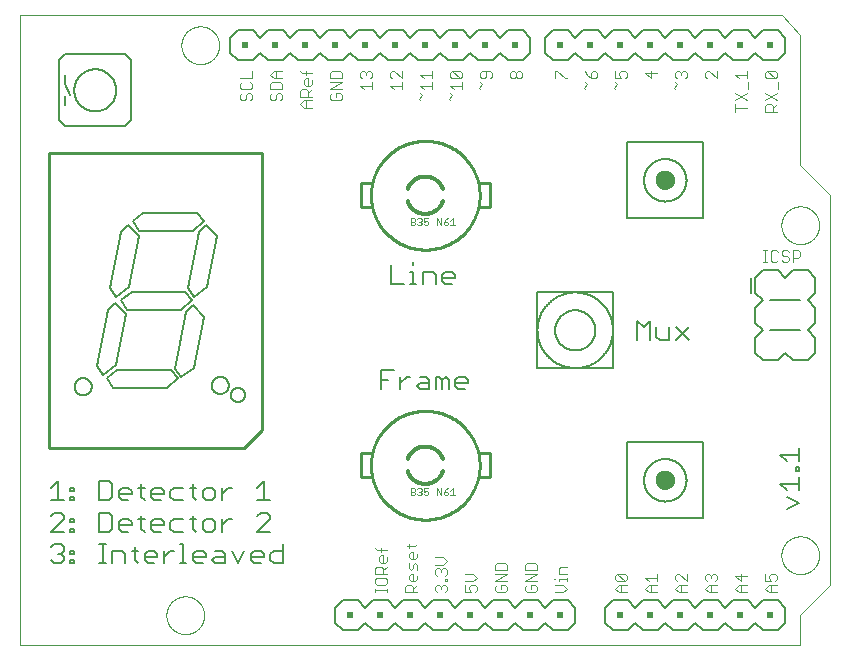
<source format=gto>
G75*
%MOIN*%
%OFA0B0*%
%FSLAX25Y25*%
%IPPOS*%
%LPD*%
%AMOC8*
5,1,8,0,0,1.08239X$1,22.5*
%
%ADD10C,0.00000*%
%ADD11C,0.00300*%
%ADD12C,0.00600*%
%ADD13C,0.00800*%
%ADD14R,0.02000X0.02000*%
%ADD15C,0.00500*%
%ADD16C,0.01200*%
%ADD17C,0.01000*%
%ADD18C,0.00200*%
%ADD19C,0.04000*%
D10*
X0001000Y0001000D02*
X0001000Y0211000D01*
X0255000Y0211000D01*
X0261000Y0204500D01*
X0261000Y0161000D01*
X0271000Y0151000D01*
X0271000Y0021000D01*
X0261000Y0011000D01*
X0261000Y0001000D01*
X0001000Y0001000D01*
X0049701Y0011000D02*
X0049703Y0011158D01*
X0049709Y0011316D01*
X0049719Y0011474D01*
X0049733Y0011632D01*
X0049751Y0011789D01*
X0049772Y0011946D01*
X0049798Y0012102D01*
X0049828Y0012258D01*
X0049861Y0012413D01*
X0049899Y0012566D01*
X0049940Y0012719D01*
X0049985Y0012871D01*
X0050034Y0013022D01*
X0050087Y0013171D01*
X0050143Y0013319D01*
X0050203Y0013465D01*
X0050267Y0013610D01*
X0050335Y0013753D01*
X0050406Y0013895D01*
X0050480Y0014035D01*
X0050558Y0014172D01*
X0050640Y0014308D01*
X0050724Y0014442D01*
X0050813Y0014573D01*
X0050904Y0014702D01*
X0050999Y0014829D01*
X0051096Y0014954D01*
X0051197Y0015076D01*
X0051301Y0015195D01*
X0051408Y0015312D01*
X0051518Y0015426D01*
X0051631Y0015537D01*
X0051746Y0015646D01*
X0051864Y0015751D01*
X0051985Y0015853D01*
X0052108Y0015953D01*
X0052234Y0016049D01*
X0052362Y0016142D01*
X0052492Y0016232D01*
X0052625Y0016318D01*
X0052760Y0016402D01*
X0052896Y0016481D01*
X0053035Y0016558D01*
X0053176Y0016630D01*
X0053318Y0016700D01*
X0053462Y0016765D01*
X0053608Y0016827D01*
X0053755Y0016885D01*
X0053904Y0016940D01*
X0054054Y0016991D01*
X0054205Y0017038D01*
X0054357Y0017081D01*
X0054510Y0017120D01*
X0054665Y0017156D01*
X0054820Y0017187D01*
X0054976Y0017215D01*
X0055132Y0017239D01*
X0055289Y0017259D01*
X0055447Y0017275D01*
X0055604Y0017287D01*
X0055763Y0017295D01*
X0055921Y0017299D01*
X0056079Y0017299D01*
X0056237Y0017295D01*
X0056396Y0017287D01*
X0056553Y0017275D01*
X0056711Y0017259D01*
X0056868Y0017239D01*
X0057024Y0017215D01*
X0057180Y0017187D01*
X0057335Y0017156D01*
X0057490Y0017120D01*
X0057643Y0017081D01*
X0057795Y0017038D01*
X0057946Y0016991D01*
X0058096Y0016940D01*
X0058245Y0016885D01*
X0058392Y0016827D01*
X0058538Y0016765D01*
X0058682Y0016700D01*
X0058824Y0016630D01*
X0058965Y0016558D01*
X0059104Y0016481D01*
X0059240Y0016402D01*
X0059375Y0016318D01*
X0059508Y0016232D01*
X0059638Y0016142D01*
X0059766Y0016049D01*
X0059892Y0015953D01*
X0060015Y0015853D01*
X0060136Y0015751D01*
X0060254Y0015646D01*
X0060369Y0015537D01*
X0060482Y0015426D01*
X0060592Y0015312D01*
X0060699Y0015195D01*
X0060803Y0015076D01*
X0060904Y0014954D01*
X0061001Y0014829D01*
X0061096Y0014702D01*
X0061187Y0014573D01*
X0061276Y0014442D01*
X0061360Y0014308D01*
X0061442Y0014172D01*
X0061520Y0014035D01*
X0061594Y0013895D01*
X0061665Y0013753D01*
X0061733Y0013610D01*
X0061797Y0013465D01*
X0061857Y0013319D01*
X0061913Y0013171D01*
X0061966Y0013022D01*
X0062015Y0012871D01*
X0062060Y0012719D01*
X0062101Y0012566D01*
X0062139Y0012413D01*
X0062172Y0012258D01*
X0062202Y0012102D01*
X0062228Y0011946D01*
X0062249Y0011789D01*
X0062267Y0011632D01*
X0062281Y0011474D01*
X0062291Y0011316D01*
X0062297Y0011158D01*
X0062299Y0011000D01*
X0062297Y0010842D01*
X0062291Y0010684D01*
X0062281Y0010526D01*
X0062267Y0010368D01*
X0062249Y0010211D01*
X0062228Y0010054D01*
X0062202Y0009898D01*
X0062172Y0009742D01*
X0062139Y0009587D01*
X0062101Y0009434D01*
X0062060Y0009281D01*
X0062015Y0009129D01*
X0061966Y0008978D01*
X0061913Y0008829D01*
X0061857Y0008681D01*
X0061797Y0008535D01*
X0061733Y0008390D01*
X0061665Y0008247D01*
X0061594Y0008105D01*
X0061520Y0007965D01*
X0061442Y0007828D01*
X0061360Y0007692D01*
X0061276Y0007558D01*
X0061187Y0007427D01*
X0061096Y0007298D01*
X0061001Y0007171D01*
X0060904Y0007046D01*
X0060803Y0006924D01*
X0060699Y0006805D01*
X0060592Y0006688D01*
X0060482Y0006574D01*
X0060369Y0006463D01*
X0060254Y0006354D01*
X0060136Y0006249D01*
X0060015Y0006147D01*
X0059892Y0006047D01*
X0059766Y0005951D01*
X0059638Y0005858D01*
X0059508Y0005768D01*
X0059375Y0005682D01*
X0059240Y0005598D01*
X0059104Y0005519D01*
X0058965Y0005442D01*
X0058824Y0005370D01*
X0058682Y0005300D01*
X0058538Y0005235D01*
X0058392Y0005173D01*
X0058245Y0005115D01*
X0058096Y0005060D01*
X0057946Y0005009D01*
X0057795Y0004962D01*
X0057643Y0004919D01*
X0057490Y0004880D01*
X0057335Y0004844D01*
X0057180Y0004813D01*
X0057024Y0004785D01*
X0056868Y0004761D01*
X0056711Y0004741D01*
X0056553Y0004725D01*
X0056396Y0004713D01*
X0056237Y0004705D01*
X0056079Y0004701D01*
X0055921Y0004701D01*
X0055763Y0004705D01*
X0055604Y0004713D01*
X0055447Y0004725D01*
X0055289Y0004741D01*
X0055132Y0004761D01*
X0054976Y0004785D01*
X0054820Y0004813D01*
X0054665Y0004844D01*
X0054510Y0004880D01*
X0054357Y0004919D01*
X0054205Y0004962D01*
X0054054Y0005009D01*
X0053904Y0005060D01*
X0053755Y0005115D01*
X0053608Y0005173D01*
X0053462Y0005235D01*
X0053318Y0005300D01*
X0053176Y0005370D01*
X0053035Y0005442D01*
X0052896Y0005519D01*
X0052760Y0005598D01*
X0052625Y0005682D01*
X0052492Y0005768D01*
X0052362Y0005858D01*
X0052234Y0005951D01*
X0052108Y0006047D01*
X0051985Y0006147D01*
X0051864Y0006249D01*
X0051746Y0006354D01*
X0051631Y0006463D01*
X0051518Y0006574D01*
X0051408Y0006688D01*
X0051301Y0006805D01*
X0051197Y0006924D01*
X0051096Y0007046D01*
X0050999Y0007171D01*
X0050904Y0007298D01*
X0050813Y0007427D01*
X0050724Y0007558D01*
X0050640Y0007692D01*
X0050558Y0007828D01*
X0050480Y0007965D01*
X0050406Y0008105D01*
X0050335Y0008247D01*
X0050267Y0008390D01*
X0050203Y0008535D01*
X0050143Y0008681D01*
X0050087Y0008829D01*
X0050034Y0008978D01*
X0049985Y0009129D01*
X0049940Y0009281D01*
X0049899Y0009434D01*
X0049861Y0009587D01*
X0049828Y0009742D01*
X0049798Y0009898D01*
X0049772Y0010054D01*
X0049751Y0010211D01*
X0049733Y0010368D01*
X0049719Y0010526D01*
X0049709Y0010684D01*
X0049703Y0010842D01*
X0049701Y0011000D01*
X0254701Y0031000D02*
X0254703Y0031158D01*
X0254709Y0031316D01*
X0254719Y0031474D01*
X0254733Y0031632D01*
X0254751Y0031789D01*
X0254772Y0031946D01*
X0254798Y0032102D01*
X0254828Y0032258D01*
X0254861Y0032413D01*
X0254899Y0032566D01*
X0254940Y0032719D01*
X0254985Y0032871D01*
X0255034Y0033022D01*
X0255087Y0033171D01*
X0255143Y0033319D01*
X0255203Y0033465D01*
X0255267Y0033610D01*
X0255335Y0033753D01*
X0255406Y0033895D01*
X0255480Y0034035D01*
X0255558Y0034172D01*
X0255640Y0034308D01*
X0255724Y0034442D01*
X0255813Y0034573D01*
X0255904Y0034702D01*
X0255999Y0034829D01*
X0256096Y0034954D01*
X0256197Y0035076D01*
X0256301Y0035195D01*
X0256408Y0035312D01*
X0256518Y0035426D01*
X0256631Y0035537D01*
X0256746Y0035646D01*
X0256864Y0035751D01*
X0256985Y0035853D01*
X0257108Y0035953D01*
X0257234Y0036049D01*
X0257362Y0036142D01*
X0257492Y0036232D01*
X0257625Y0036318D01*
X0257760Y0036402D01*
X0257896Y0036481D01*
X0258035Y0036558D01*
X0258176Y0036630D01*
X0258318Y0036700D01*
X0258462Y0036765D01*
X0258608Y0036827D01*
X0258755Y0036885D01*
X0258904Y0036940D01*
X0259054Y0036991D01*
X0259205Y0037038D01*
X0259357Y0037081D01*
X0259510Y0037120D01*
X0259665Y0037156D01*
X0259820Y0037187D01*
X0259976Y0037215D01*
X0260132Y0037239D01*
X0260289Y0037259D01*
X0260447Y0037275D01*
X0260604Y0037287D01*
X0260763Y0037295D01*
X0260921Y0037299D01*
X0261079Y0037299D01*
X0261237Y0037295D01*
X0261396Y0037287D01*
X0261553Y0037275D01*
X0261711Y0037259D01*
X0261868Y0037239D01*
X0262024Y0037215D01*
X0262180Y0037187D01*
X0262335Y0037156D01*
X0262490Y0037120D01*
X0262643Y0037081D01*
X0262795Y0037038D01*
X0262946Y0036991D01*
X0263096Y0036940D01*
X0263245Y0036885D01*
X0263392Y0036827D01*
X0263538Y0036765D01*
X0263682Y0036700D01*
X0263824Y0036630D01*
X0263965Y0036558D01*
X0264104Y0036481D01*
X0264240Y0036402D01*
X0264375Y0036318D01*
X0264508Y0036232D01*
X0264638Y0036142D01*
X0264766Y0036049D01*
X0264892Y0035953D01*
X0265015Y0035853D01*
X0265136Y0035751D01*
X0265254Y0035646D01*
X0265369Y0035537D01*
X0265482Y0035426D01*
X0265592Y0035312D01*
X0265699Y0035195D01*
X0265803Y0035076D01*
X0265904Y0034954D01*
X0266001Y0034829D01*
X0266096Y0034702D01*
X0266187Y0034573D01*
X0266276Y0034442D01*
X0266360Y0034308D01*
X0266442Y0034172D01*
X0266520Y0034035D01*
X0266594Y0033895D01*
X0266665Y0033753D01*
X0266733Y0033610D01*
X0266797Y0033465D01*
X0266857Y0033319D01*
X0266913Y0033171D01*
X0266966Y0033022D01*
X0267015Y0032871D01*
X0267060Y0032719D01*
X0267101Y0032566D01*
X0267139Y0032413D01*
X0267172Y0032258D01*
X0267202Y0032102D01*
X0267228Y0031946D01*
X0267249Y0031789D01*
X0267267Y0031632D01*
X0267281Y0031474D01*
X0267291Y0031316D01*
X0267297Y0031158D01*
X0267299Y0031000D01*
X0267297Y0030842D01*
X0267291Y0030684D01*
X0267281Y0030526D01*
X0267267Y0030368D01*
X0267249Y0030211D01*
X0267228Y0030054D01*
X0267202Y0029898D01*
X0267172Y0029742D01*
X0267139Y0029587D01*
X0267101Y0029434D01*
X0267060Y0029281D01*
X0267015Y0029129D01*
X0266966Y0028978D01*
X0266913Y0028829D01*
X0266857Y0028681D01*
X0266797Y0028535D01*
X0266733Y0028390D01*
X0266665Y0028247D01*
X0266594Y0028105D01*
X0266520Y0027965D01*
X0266442Y0027828D01*
X0266360Y0027692D01*
X0266276Y0027558D01*
X0266187Y0027427D01*
X0266096Y0027298D01*
X0266001Y0027171D01*
X0265904Y0027046D01*
X0265803Y0026924D01*
X0265699Y0026805D01*
X0265592Y0026688D01*
X0265482Y0026574D01*
X0265369Y0026463D01*
X0265254Y0026354D01*
X0265136Y0026249D01*
X0265015Y0026147D01*
X0264892Y0026047D01*
X0264766Y0025951D01*
X0264638Y0025858D01*
X0264508Y0025768D01*
X0264375Y0025682D01*
X0264240Y0025598D01*
X0264104Y0025519D01*
X0263965Y0025442D01*
X0263824Y0025370D01*
X0263682Y0025300D01*
X0263538Y0025235D01*
X0263392Y0025173D01*
X0263245Y0025115D01*
X0263096Y0025060D01*
X0262946Y0025009D01*
X0262795Y0024962D01*
X0262643Y0024919D01*
X0262490Y0024880D01*
X0262335Y0024844D01*
X0262180Y0024813D01*
X0262024Y0024785D01*
X0261868Y0024761D01*
X0261711Y0024741D01*
X0261553Y0024725D01*
X0261396Y0024713D01*
X0261237Y0024705D01*
X0261079Y0024701D01*
X0260921Y0024701D01*
X0260763Y0024705D01*
X0260604Y0024713D01*
X0260447Y0024725D01*
X0260289Y0024741D01*
X0260132Y0024761D01*
X0259976Y0024785D01*
X0259820Y0024813D01*
X0259665Y0024844D01*
X0259510Y0024880D01*
X0259357Y0024919D01*
X0259205Y0024962D01*
X0259054Y0025009D01*
X0258904Y0025060D01*
X0258755Y0025115D01*
X0258608Y0025173D01*
X0258462Y0025235D01*
X0258318Y0025300D01*
X0258176Y0025370D01*
X0258035Y0025442D01*
X0257896Y0025519D01*
X0257760Y0025598D01*
X0257625Y0025682D01*
X0257492Y0025768D01*
X0257362Y0025858D01*
X0257234Y0025951D01*
X0257108Y0026047D01*
X0256985Y0026147D01*
X0256864Y0026249D01*
X0256746Y0026354D01*
X0256631Y0026463D01*
X0256518Y0026574D01*
X0256408Y0026688D01*
X0256301Y0026805D01*
X0256197Y0026924D01*
X0256096Y0027046D01*
X0255999Y0027171D01*
X0255904Y0027298D01*
X0255813Y0027427D01*
X0255724Y0027558D01*
X0255640Y0027692D01*
X0255558Y0027828D01*
X0255480Y0027965D01*
X0255406Y0028105D01*
X0255335Y0028247D01*
X0255267Y0028390D01*
X0255203Y0028535D01*
X0255143Y0028681D01*
X0255087Y0028829D01*
X0255034Y0028978D01*
X0254985Y0029129D01*
X0254940Y0029281D01*
X0254899Y0029434D01*
X0254861Y0029587D01*
X0254828Y0029742D01*
X0254798Y0029898D01*
X0254772Y0030054D01*
X0254751Y0030211D01*
X0254733Y0030368D01*
X0254719Y0030526D01*
X0254709Y0030684D01*
X0254703Y0030842D01*
X0254701Y0031000D01*
X0254701Y0141000D02*
X0254703Y0141158D01*
X0254709Y0141316D01*
X0254719Y0141474D01*
X0254733Y0141632D01*
X0254751Y0141789D01*
X0254772Y0141946D01*
X0254798Y0142102D01*
X0254828Y0142258D01*
X0254861Y0142413D01*
X0254899Y0142566D01*
X0254940Y0142719D01*
X0254985Y0142871D01*
X0255034Y0143022D01*
X0255087Y0143171D01*
X0255143Y0143319D01*
X0255203Y0143465D01*
X0255267Y0143610D01*
X0255335Y0143753D01*
X0255406Y0143895D01*
X0255480Y0144035D01*
X0255558Y0144172D01*
X0255640Y0144308D01*
X0255724Y0144442D01*
X0255813Y0144573D01*
X0255904Y0144702D01*
X0255999Y0144829D01*
X0256096Y0144954D01*
X0256197Y0145076D01*
X0256301Y0145195D01*
X0256408Y0145312D01*
X0256518Y0145426D01*
X0256631Y0145537D01*
X0256746Y0145646D01*
X0256864Y0145751D01*
X0256985Y0145853D01*
X0257108Y0145953D01*
X0257234Y0146049D01*
X0257362Y0146142D01*
X0257492Y0146232D01*
X0257625Y0146318D01*
X0257760Y0146402D01*
X0257896Y0146481D01*
X0258035Y0146558D01*
X0258176Y0146630D01*
X0258318Y0146700D01*
X0258462Y0146765D01*
X0258608Y0146827D01*
X0258755Y0146885D01*
X0258904Y0146940D01*
X0259054Y0146991D01*
X0259205Y0147038D01*
X0259357Y0147081D01*
X0259510Y0147120D01*
X0259665Y0147156D01*
X0259820Y0147187D01*
X0259976Y0147215D01*
X0260132Y0147239D01*
X0260289Y0147259D01*
X0260447Y0147275D01*
X0260604Y0147287D01*
X0260763Y0147295D01*
X0260921Y0147299D01*
X0261079Y0147299D01*
X0261237Y0147295D01*
X0261396Y0147287D01*
X0261553Y0147275D01*
X0261711Y0147259D01*
X0261868Y0147239D01*
X0262024Y0147215D01*
X0262180Y0147187D01*
X0262335Y0147156D01*
X0262490Y0147120D01*
X0262643Y0147081D01*
X0262795Y0147038D01*
X0262946Y0146991D01*
X0263096Y0146940D01*
X0263245Y0146885D01*
X0263392Y0146827D01*
X0263538Y0146765D01*
X0263682Y0146700D01*
X0263824Y0146630D01*
X0263965Y0146558D01*
X0264104Y0146481D01*
X0264240Y0146402D01*
X0264375Y0146318D01*
X0264508Y0146232D01*
X0264638Y0146142D01*
X0264766Y0146049D01*
X0264892Y0145953D01*
X0265015Y0145853D01*
X0265136Y0145751D01*
X0265254Y0145646D01*
X0265369Y0145537D01*
X0265482Y0145426D01*
X0265592Y0145312D01*
X0265699Y0145195D01*
X0265803Y0145076D01*
X0265904Y0144954D01*
X0266001Y0144829D01*
X0266096Y0144702D01*
X0266187Y0144573D01*
X0266276Y0144442D01*
X0266360Y0144308D01*
X0266442Y0144172D01*
X0266520Y0144035D01*
X0266594Y0143895D01*
X0266665Y0143753D01*
X0266733Y0143610D01*
X0266797Y0143465D01*
X0266857Y0143319D01*
X0266913Y0143171D01*
X0266966Y0143022D01*
X0267015Y0142871D01*
X0267060Y0142719D01*
X0267101Y0142566D01*
X0267139Y0142413D01*
X0267172Y0142258D01*
X0267202Y0142102D01*
X0267228Y0141946D01*
X0267249Y0141789D01*
X0267267Y0141632D01*
X0267281Y0141474D01*
X0267291Y0141316D01*
X0267297Y0141158D01*
X0267299Y0141000D01*
X0267297Y0140842D01*
X0267291Y0140684D01*
X0267281Y0140526D01*
X0267267Y0140368D01*
X0267249Y0140211D01*
X0267228Y0140054D01*
X0267202Y0139898D01*
X0267172Y0139742D01*
X0267139Y0139587D01*
X0267101Y0139434D01*
X0267060Y0139281D01*
X0267015Y0139129D01*
X0266966Y0138978D01*
X0266913Y0138829D01*
X0266857Y0138681D01*
X0266797Y0138535D01*
X0266733Y0138390D01*
X0266665Y0138247D01*
X0266594Y0138105D01*
X0266520Y0137965D01*
X0266442Y0137828D01*
X0266360Y0137692D01*
X0266276Y0137558D01*
X0266187Y0137427D01*
X0266096Y0137298D01*
X0266001Y0137171D01*
X0265904Y0137046D01*
X0265803Y0136924D01*
X0265699Y0136805D01*
X0265592Y0136688D01*
X0265482Y0136574D01*
X0265369Y0136463D01*
X0265254Y0136354D01*
X0265136Y0136249D01*
X0265015Y0136147D01*
X0264892Y0136047D01*
X0264766Y0135951D01*
X0264638Y0135858D01*
X0264508Y0135768D01*
X0264375Y0135682D01*
X0264240Y0135598D01*
X0264104Y0135519D01*
X0263965Y0135442D01*
X0263824Y0135370D01*
X0263682Y0135300D01*
X0263538Y0135235D01*
X0263392Y0135173D01*
X0263245Y0135115D01*
X0263096Y0135060D01*
X0262946Y0135009D01*
X0262795Y0134962D01*
X0262643Y0134919D01*
X0262490Y0134880D01*
X0262335Y0134844D01*
X0262180Y0134813D01*
X0262024Y0134785D01*
X0261868Y0134761D01*
X0261711Y0134741D01*
X0261553Y0134725D01*
X0261396Y0134713D01*
X0261237Y0134705D01*
X0261079Y0134701D01*
X0260921Y0134701D01*
X0260763Y0134705D01*
X0260604Y0134713D01*
X0260447Y0134725D01*
X0260289Y0134741D01*
X0260132Y0134761D01*
X0259976Y0134785D01*
X0259820Y0134813D01*
X0259665Y0134844D01*
X0259510Y0134880D01*
X0259357Y0134919D01*
X0259205Y0134962D01*
X0259054Y0135009D01*
X0258904Y0135060D01*
X0258755Y0135115D01*
X0258608Y0135173D01*
X0258462Y0135235D01*
X0258318Y0135300D01*
X0258176Y0135370D01*
X0258035Y0135442D01*
X0257896Y0135519D01*
X0257760Y0135598D01*
X0257625Y0135682D01*
X0257492Y0135768D01*
X0257362Y0135858D01*
X0257234Y0135951D01*
X0257108Y0136047D01*
X0256985Y0136147D01*
X0256864Y0136249D01*
X0256746Y0136354D01*
X0256631Y0136463D01*
X0256518Y0136574D01*
X0256408Y0136688D01*
X0256301Y0136805D01*
X0256197Y0136924D01*
X0256096Y0137046D01*
X0255999Y0137171D01*
X0255904Y0137298D01*
X0255813Y0137427D01*
X0255724Y0137558D01*
X0255640Y0137692D01*
X0255558Y0137828D01*
X0255480Y0137965D01*
X0255406Y0138105D01*
X0255335Y0138247D01*
X0255267Y0138390D01*
X0255203Y0138535D01*
X0255143Y0138681D01*
X0255087Y0138829D01*
X0255034Y0138978D01*
X0254985Y0139129D01*
X0254940Y0139281D01*
X0254899Y0139434D01*
X0254861Y0139587D01*
X0254828Y0139742D01*
X0254798Y0139898D01*
X0254772Y0140054D01*
X0254751Y0140211D01*
X0254733Y0140368D01*
X0254719Y0140526D01*
X0254709Y0140684D01*
X0254703Y0140842D01*
X0254701Y0141000D01*
X0054701Y0201000D02*
X0054703Y0201158D01*
X0054709Y0201316D01*
X0054719Y0201474D01*
X0054733Y0201632D01*
X0054751Y0201789D01*
X0054772Y0201946D01*
X0054798Y0202102D01*
X0054828Y0202258D01*
X0054861Y0202413D01*
X0054899Y0202566D01*
X0054940Y0202719D01*
X0054985Y0202871D01*
X0055034Y0203022D01*
X0055087Y0203171D01*
X0055143Y0203319D01*
X0055203Y0203465D01*
X0055267Y0203610D01*
X0055335Y0203753D01*
X0055406Y0203895D01*
X0055480Y0204035D01*
X0055558Y0204172D01*
X0055640Y0204308D01*
X0055724Y0204442D01*
X0055813Y0204573D01*
X0055904Y0204702D01*
X0055999Y0204829D01*
X0056096Y0204954D01*
X0056197Y0205076D01*
X0056301Y0205195D01*
X0056408Y0205312D01*
X0056518Y0205426D01*
X0056631Y0205537D01*
X0056746Y0205646D01*
X0056864Y0205751D01*
X0056985Y0205853D01*
X0057108Y0205953D01*
X0057234Y0206049D01*
X0057362Y0206142D01*
X0057492Y0206232D01*
X0057625Y0206318D01*
X0057760Y0206402D01*
X0057896Y0206481D01*
X0058035Y0206558D01*
X0058176Y0206630D01*
X0058318Y0206700D01*
X0058462Y0206765D01*
X0058608Y0206827D01*
X0058755Y0206885D01*
X0058904Y0206940D01*
X0059054Y0206991D01*
X0059205Y0207038D01*
X0059357Y0207081D01*
X0059510Y0207120D01*
X0059665Y0207156D01*
X0059820Y0207187D01*
X0059976Y0207215D01*
X0060132Y0207239D01*
X0060289Y0207259D01*
X0060447Y0207275D01*
X0060604Y0207287D01*
X0060763Y0207295D01*
X0060921Y0207299D01*
X0061079Y0207299D01*
X0061237Y0207295D01*
X0061396Y0207287D01*
X0061553Y0207275D01*
X0061711Y0207259D01*
X0061868Y0207239D01*
X0062024Y0207215D01*
X0062180Y0207187D01*
X0062335Y0207156D01*
X0062490Y0207120D01*
X0062643Y0207081D01*
X0062795Y0207038D01*
X0062946Y0206991D01*
X0063096Y0206940D01*
X0063245Y0206885D01*
X0063392Y0206827D01*
X0063538Y0206765D01*
X0063682Y0206700D01*
X0063824Y0206630D01*
X0063965Y0206558D01*
X0064104Y0206481D01*
X0064240Y0206402D01*
X0064375Y0206318D01*
X0064508Y0206232D01*
X0064638Y0206142D01*
X0064766Y0206049D01*
X0064892Y0205953D01*
X0065015Y0205853D01*
X0065136Y0205751D01*
X0065254Y0205646D01*
X0065369Y0205537D01*
X0065482Y0205426D01*
X0065592Y0205312D01*
X0065699Y0205195D01*
X0065803Y0205076D01*
X0065904Y0204954D01*
X0066001Y0204829D01*
X0066096Y0204702D01*
X0066187Y0204573D01*
X0066276Y0204442D01*
X0066360Y0204308D01*
X0066442Y0204172D01*
X0066520Y0204035D01*
X0066594Y0203895D01*
X0066665Y0203753D01*
X0066733Y0203610D01*
X0066797Y0203465D01*
X0066857Y0203319D01*
X0066913Y0203171D01*
X0066966Y0203022D01*
X0067015Y0202871D01*
X0067060Y0202719D01*
X0067101Y0202566D01*
X0067139Y0202413D01*
X0067172Y0202258D01*
X0067202Y0202102D01*
X0067228Y0201946D01*
X0067249Y0201789D01*
X0067267Y0201632D01*
X0067281Y0201474D01*
X0067291Y0201316D01*
X0067297Y0201158D01*
X0067299Y0201000D01*
X0067297Y0200842D01*
X0067291Y0200684D01*
X0067281Y0200526D01*
X0067267Y0200368D01*
X0067249Y0200211D01*
X0067228Y0200054D01*
X0067202Y0199898D01*
X0067172Y0199742D01*
X0067139Y0199587D01*
X0067101Y0199434D01*
X0067060Y0199281D01*
X0067015Y0199129D01*
X0066966Y0198978D01*
X0066913Y0198829D01*
X0066857Y0198681D01*
X0066797Y0198535D01*
X0066733Y0198390D01*
X0066665Y0198247D01*
X0066594Y0198105D01*
X0066520Y0197965D01*
X0066442Y0197828D01*
X0066360Y0197692D01*
X0066276Y0197558D01*
X0066187Y0197427D01*
X0066096Y0197298D01*
X0066001Y0197171D01*
X0065904Y0197046D01*
X0065803Y0196924D01*
X0065699Y0196805D01*
X0065592Y0196688D01*
X0065482Y0196574D01*
X0065369Y0196463D01*
X0065254Y0196354D01*
X0065136Y0196249D01*
X0065015Y0196147D01*
X0064892Y0196047D01*
X0064766Y0195951D01*
X0064638Y0195858D01*
X0064508Y0195768D01*
X0064375Y0195682D01*
X0064240Y0195598D01*
X0064104Y0195519D01*
X0063965Y0195442D01*
X0063824Y0195370D01*
X0063682Y0195300D01*
X0063538Y0195235D01*
X0063392Y0195173D01*
X0063245Y0195115D01*
X0063096Y0195060D01*
X0062946Y0195009D01*
X0062795Y0194962D01*
X0062643Y0194919D01*
X0062490Y0194880D01*
X0062335Y0194844D01*
X0062180Y0194813D01*
X0062024Y0194785D01*
X0061868Y0194761D01*
X0061711Y0194741D01*
X0061553Y0194725D01*
X0061396Y0194713D01*
X0061237Y0194705D01*
X0061079Y0194701D01*
X0060921Y0194701D01*
X0060763Y0194705D01*
X0060604Y0194713D01*
X0060447Y0194725D01*
X0060289Y0194741D01*
X0060132Y0194761D01*
X0059976Y0194785D01*
X0059820Y0194813D01*
X0059665Y0194844D01*
X0059510Y0194880D01*
X0059357Y0194919D01*
X0059205Y0194962D01*
X0059054Y0195009D01*
X0058904Y0195060D01*
X0058755Y0195115D01*
X0058608Y0195173D01*
X0058462Y0195235D01*
X0058318Y0195300D01*
X0058176Y0195370D01*
X0058035Y0195442D01*
X0057896Y0195519D01*
X0057760Y0195598D01*
X0057625Y0195682D01*
X0057492Y0195768D01*
X0057362Y0195858D01*
X0057234Y0195951D01*
X0057108Y0196047D01*
X0056985Y0196147D01*
X0056864Y0196249D01*
X0056746Y0196354D01*
X0056631Y0196463D01*
X0056518Y0196574D01*
X0056408Y0196688D01*
X0056301Y0196805D01*
X0056197Y0196924D01*
X0056096Y0197046D01*
X0055999Y0197171D01*
X0055904Y0197298D01*
X0055813Y0197427D01*
X0055724Y0197558D01*
X0055640Y0197692D01*
X0055558Y0197828D01*
X0055480Y0197965D01*
X0055406Y0198105D01*
X0055335Y0198247D01*
X0055267Y0198390D01*
X0055203Y0198535D01*
X0055143Y0198681D01*
X0055087Y0198829D01*
X0055034Y0198978D01*
X0054985Y0199129D01*
X0054940Y0199281D01*
X0054899Y0199434D01*
X0054861Y0199587D01*
X0054828Y0199742D01*
X0054798Y0199898D01*
X0054772Y0200054D01*
X0054751Y0200211D01*
X0054733Y0200368D01*
X0054719Y0200526D01*
X0054709Y0200684D01*
X0054703Y0200842D01*
X0054701Y0201000D01*
D11*
X0074386Y0189954D02*
X0078089Y0189954D01*
X0078089Y0192423D01*
X0077472Y0188740D02*
X0078089Y0188123D01*
X0078089Y0186888D01*
X0077472Y0186271D01*
X0075003Y0186271D01*
X0074386Y0186888D01*
X0074386Y0188123D01*
X0075003Y0188740D01*
X0075003Y0185057D02*
X0074386Y0184440D01*
X0074386Y0183205D01*
X0075003Y0182588D01*
X0075620Y0182588D01*
X0076237Y0183205D01*
X0076237Y0184440D01*
X0076854Y0185057D01*
X0077472Y0185057D01*
X0078089Y0184440D01*
X0078089Y0183205D01*
X0077472Y0182588D01*
X0084386Y0183205D02*
X0085003Y0182588D01*
X0085620Y0182588D01*
X0086237Y0183205D01*
X0086237Y0184440D01*
X0086854Y0185057D01*
X0087472Y0185057D01*
X0088089Y0184440D01*
X0088089Y0183205D01*
X0087472Y0182588D01*
X0084386Y0183205D02*
X0084386Y0184440D01*
X0085003Y0185057D01*
X0084386Y0186271D02*
X0084386Y0188123D01*
X0085003Y0188740D01*
X0087472Y0188740D01*
X0088089Y0188123D01*
X0088089Y0186271D01*
X0084386Y0186271D01*
X0085620Y0189954D02*
X0084386Y0191189D01*
X0085620Y0192423D01*
X0088089Y0192423D01*
X0086237Y0192423D02*
X0086237Y0189954D01*
X0085620Y0189954D02*
X0088089Y0189954D01*
X0094386Y0192416D02*
X0095003Y0191799D01*
X0098089Y0191799D01*
X0096237Y0191182D02*
X0096237Y0192416D01*
X0096237Y0189968D02*
X0096854Y0189968D01*
X0096854Y0187499D01*
X0096237Y0187499D02*
X0095620Y0188116D01*
X0095620Y0189351D01*
X0096237Y0189968D01*
X0098089Y0189351D02*
X0098089Y0188116D01*
X0097472Y0187499D01*
X0096237Y0187499D01*
X0096237Y0186285D02*
X0096854Y0185667D01*
X0096854Y0183816D01*
X0096854Y0185050D02*
X0098089Y0186285D01*
X0096237Y0186285D02*
X0095003Y0186285D01*
X0094386Y0185667D01*
X0094386Y0183816D01*
X0098089Y0183816D01*
X0098089Y0182601D02*
X0095620Y0182601D01*
X0094386Y0181367D01*
X0095620Y0180133D01*
X0098089Y0180133D01*
X0096237Y0180133D02*
X0096237Y0182601D01*
X0104386Y0183205D02*
X0105003Y0182588D01*
X0107472Y0182588D01*
X0108089Y0183205D01*
X0108089Y0184440D01*
X0107472Y0185057D01*
X0106237Y0185057D01*
X0106237Y0183822D01*
X0105003Y0185057D02*
X0104386Y0184440D01*
X0104386Y0183205D01*
X0104386Y0186271D02*
X0108089Y0188740D01*
X0104386Y0188740D01*
X0104386Y0189954D02*
X0104386Y0191806D01*
X0105003Y0192423D01*
X0107472Y0192423D01*
X0108089Y0191806D01*
X0108089Y0189954D01*
X0104386Y0189954D01*
X0104386Y0186271D02*
X0108089Y0186271D01*
X0114386Y0187506D02*
X0118089Y0187506D01*
X0118089Y0188740D02*
X0118089Y0186271D01*
X0115620Y0186271D02*
X0114386Y0187506D01*
X0115003Y0189954D02*
X0114386Y0190572D01*
X0114386Y0191806D01*
X0115003Y0192423D01*
X0115620Y0192423D01*
X0116237Y0191806D01*
X0116854Y0192423D01*
X0117472Y0192423D01*
X0118089Y0191806D01*
X0118089Y0190572D01*
X0117472Y0189954D01*
X0116237Y0191189D02*
X0116237Y0191806D01*
X0124386Y0191806D02*
X0124386Y0190572D01*
X0125003Y0189954D01*
X0124386Y0191806D02*
X0125003Y0192423D01*
X0125620Y0192423D01*
X0128089Y0189954D01*
X0128089Y0192423D01*
X0128089Y0188740D02*
X0128089Y0186271D01*
X0128089Y0187506D02*
X0124386Y0187506D01*
X0125620Y0186271D01*
X0133769Y0183205D02*
X0135003Y0184440D01*
X0134386Y0185057D01*
X0135620Y0186271D02*
X0134386Y0187506D01*
X0138089Y0187506D01*
X0138089Y0188740D02*
X0138089Y0186271D01*
X0138089Y0189954D02*
X0138089Y0192423D01*
X0138089Y0191189D02*
X0134386Y0191189D01*
X0135620Y0189954D01*
X0133769Y0183205D02*
X0134386Y0182588D01*
X0143769Y0183205D02*
X0145003Y0184440D01*
X0144386Y0185057D01*
X0145620Y0186271D02*
X0144386Y0187506D01*
X0148089Y0187506D01*
X0148089Y0188740D02*
X0148089Y0186271D01*
X0147472Y0189954D02*
X0145003Y0189954D01*
X0144386Y0190572D01*
X0144386Y0191806D01*
X0145003Y0192423D01*
X0147472Y0189954D01*
X0148089Y0190572D01*
X0148089Y0191806D01*
X0147472Y0192423D01*
X0145003Y0192423D01*
X0154386Y0191806D02*
X0154386Y0190572D01*
X0155003Y0189954D01*
X0155620Y0189954D01*
X0156237Y0190572D01*
X0156237Y0192423D01*
X0155003Y0192423D02*
X0157472Y0192423D01*
X0158089Y0191806D01*
X0158089Y0190572D01*
X0157472Y0189954D01*
X0155003Y0188123D02*
X0154386Y0188740D01*
X0155003Y0188123D02*
X0153769Y0186888D01*
X0154386Y0186271D01*
X0154386Y0191806D02*
X0155003Y0192423D01*
X0164386Y0191806D02*
X0165003Y0192423D01*
X0165620Y0192423D01*
X0166237Y0191806D01*
X0166237Y0190572D01*
X0165620Y0189954D01*
X0165003Y0189954D01*
X0164386Y0190572D01*
X0164386Y0191806D01*
X0166237Y0191806D02*
X0166854Y0192423D01*
X0167472Y0192423D01*
X0168089Y0191806D01*
X0168089Y0190572D01*
X0167472Y0189954D01*
X0166854Y0189954D01*
X0166237Y0190572D01*
X0179386Y0189954D02*
X0179386Y0192423D01*
X0180003Y0192423D01*
X0182472Y0189954D01*
X0183089Y0189954D01*
X0189386Y0188740D02*
X0190003Y0188123D01*
X0188769Y0186888D01*
X0189386Y0186271D01*
X0191237Y0189954D02*
X0191237Y0191806D01*
X0191854Y0192423D01*
X0192472Y0192423D01*
X0193089Y0191806D01*
X0193089Y0190572D01*
X0192472Y0189954D01*
X0191237Y0189954D01*
X0190003Y0191189D01*
X0189386Y0192423D01*
X0199386Y0192423D02*
X0199386Y0189954D01*
X0201237Y0189954D01*
X0200620Y0191189D01*
X0200620Y0191806D01*
X0201237Y0192423D01*
X0202472Y0192423D01*
X0203089Y0191806D01*
X0203089Y0190572D01*
X0202472Y0189954D01*
X0200003Y0188123D02*
X0199386Y0188740D01*
X0200003Y0188123D02*
X0198769Y0186888D01*
X0199386Y0186271D01*
X0209386Y0191806D02*
X0211237Y0189954D01*
X0211237Y0192423D01*
X0209386Y0191806D02*
X0213089Y0191806D01*
X0219386Y0191806D02*
X0220003Y0192423D01*
X0220620Y0192423D01*
X0221237Y0191806D01*
X0221854Y0192423D01*
X0222472Y0192423D01*
X0223089Y0191806D01*
X0223089Y0190572D01*
X0222472Y0189954D01*
X0221237Y0191189D02*
X0221237Y0191806D01*
X0219386Y0191806D02*
X0219386Y0190572D01*
X0220003Y0189954D01*
X0219386Y0188740D02*
X0220003Y0188123D01*
X0218769Y0186888D01*
X0219386Y0186271D01*
X0229386Y0190572D02*
X0230003Y0189954D01*
X0229386Y0190572D02*
X0229386Y0191806D01*
X0230003Y0192423D01*
X0230620Y0192423D01*
X0233089Y0189954D01*
X0233089Y0192423D01*
X0239386Y0191189D02*
X0240620Y0189954D01*
X0239386Y0191189D02*
X0243089Y0191189D01*
X0243089Y0192423D02*
X0243089Y0189954D01*
X0243706Y0188740D02*
X0243706Y0186271D01*
X0243089Y0185057D02*
X0239386Y0182588D01*
X0239386Y0181374D02*
X0239386Y0178905D01*
X0239386Y0180139D02*
X0243089Y0180139D01*
X0243089Y0182588D02*
X0239386Y0185057D01*
X0249386Y0185057D02*
X0253089Y0182588D01*
X0253089Y0181374D02*
X0251854Y0180139D01*
X0251854Y0180757D02*
X0251854Y0178905D01*
X0253089Y0178905D02*
X0249386Y0178905D01*
X0249386Y0180757D01*
X0250003Y0181374D01*
X0251237Y0181374D01*
X0251854Y0180757D01*
X0249386Y0182588D02*
X0253089Y0185057D01*
X0253706Y0186271D02*
X0253706Y0188740D01*
X0252472Y0189954D02*
X0253089Y0190572D01*
X0253089Y0191806D01*
X0252472Y0192423D01*
X0250003Y0192423D01*
X0252472Y0189954D01*
X0250003Y0189954D01*
X0249386Y0190572D01*
X0249386Y0191806D01*
X0250003Y0192423D01*
X0249872Y0132614D02*
X0248638Y0132614D01*
X0249255Y0132614D02*
X0249255Y0128911D01*
X0248638Y0128911D02*
X0249872Y0128911D01*
X0251093Y0129528D02*
X0251093Y0131997D01*
X0251710Y0132614D01*
X0252945Y0132614D01*
X0253562Y0131997D01*
X0254776Y0131997D02*
X0254776Y0131380D01*
X0255393Y0130763D01*
X0256628Y0130763D01*
X0257245Y0130146D01*
X0257245Y0129528D01*
X0256628Y0128911D01*
X0255393Y0128911D01*
X0254776Y0129528D01*
X0253562Y0129528D02*
X0252945Y0128911D01*
X0251710Y0128911D01*
X0251093Y0129528D01*
X0254776Y0131997D02*
X0255393Y0132614D01*
X0256628Y0132614D01*
X0257245Y0131997D01*
X0258459Y0132614D02*
X0258459Y0128911D01*
X0258459Y0130146D02*
X0260311Y0130146D01*
X0260928Y0130763D01*
X0260928Y0131997D01*
X0260311Y0132614D01*
X0258459Y0132614D01*
X0144386Y0182588D02*
X0143769Y0183205D01*
X0133089Y0034605D02*
X0132472Y0033987D01*
X0130003Y0033987D01*
X0130620Y0033370D02*
X0130620Y0034605D01*
X0131237Y0032156D02*
X0131854Y0032156D01*
X0131854Y0029687D01*
X0131237Y0029687D02*
X0130620Y0030304D01*
X0130620Y0031539D01*
X0131237Y0032156D01*
X0133089Y0031539D02*
X0133089Y0030304D01*
X0132472Y0029687D01*
X0131237Y0029687D01*
X0130620Y0028473D02*
X0130620Y0026621D01*
X0131237Y0026004D01*
X0131854Y0026621D01*
X0131854Y0027855D01*
X0132472Y0028473D01*
X0133089Y0027855D01*
X0133089Y0026004D01*
X0131854Y0024789D02*
X0131854Y0022321D01*
X0131237Y0022321D02*
X0130620Y0022938D01*
X0130620Y0024172D01*
X0131237Y0024789D01*
X0131854Y0024789D01*
X0133089Y0024172D02*
X0133089Y0022938D01*
X0132472Y0022321D01*
X0131237Y0022321D01*
X0131237Y0021106D02*
X0130003Y0021106D01*
X0129386Y0020489D01*
X0129386Y0018638D01*
X0133089Y0018638D01*
X0131854Y0018638D02*
X0131854Y0020489D01*
X0131237Y0021106D01*
X0131854Y0019872D02*
X0133089Y0021106D01*
X0139386Y0020489D02*
X0139386Y0019255D01*
X0140003Y0018638D01*
X0141237Y0019872D02*
X0141237Y0020489D01*
X0141854Y0021106D01*
X0142472Y0021106D01*
X0143089Y0020489D01*
X0143089Y0019255D01*
X0142472Y0018638D01*
X0141237Y0020489D02*
X0140620Y0021106D01*
X0140003Y0021106D01*
X0139386Y0020489D01*
X0142472Y0022321D02*
X0142472Y0022938D01*
X0143089Y0022938D01*
X0143089Y0022321D01*
X0142472Y0022321D01*
X0142472Y0024162D02*
X0143089Y0024779D01*
X0143089Y0026014D01*
X0142472Y0026631D01*
X0141854Y0026631D01*
X0141237Y0026014D01*
X0141237Y0025397D01*
X0141237Y0026014D02*
X0140620Y0026631D01*
X0140003Y0026631D01*
X0139386Y0026014D01*
X0139386Y0024779D01*
X0140003Y0024162D01*
X0139386Y0027845D02*
X0141854Y0027845D01*
X0143089Y0029080D01*
X0141854Y0030314D01*
X0139386Y0030314D01*
X0149386Y0024789D02*
X0151854Y0024789D01*
X0153089Y0023555D01*
X0151854Y0022321D01*
X0149386Y0022321D01*
X0149386Y0021106D02*
X0149386Y0018638D01*
X0151237Y0018638D01*
X0150620Y0019872D01*
X0150620Y0020489D01*
X0151237Y0021106D01*
X0152472Y0021106D01*
X0153089Y0020489D01*
X0153089Y0019255D01*
X0152472Y0018638D01*
X0159386Y0019255D02*
X0160003Y0018638D01*
X0162472Y0018638D01*
X0163089Y0019255D01*
X0163089Y0020489D01*
X0162472Y0021106D01*
X0161237Y0021106D01*
X0161237Y0019872D01*
X0160003Y0021106D02*
X0159386Y0020489D01*
X0159386Y0019255D01*
X0159386Y0022321D02*
X0163089Y0024789D01*
X0159386Y0024789D01*
X0159386Y0026004D02*
X0159386Y0027855D01*
X0160003Y0028473D01*
X0162472Y0028473D01*
X0163089Y0027855D01*
X0163089Y0026004D01*
X0159386Y0026004D01*
X0159386Y0022321D02*
X0163089Y0022321D01*
X0169386Y0022321D02*
X0173089Y0024789D01*
X0169386Y0024789D01*
X0169386Y0026004D02*
X0169386Y0027855D01*
X0170003Y0028473D01*
X0172472Y0028473D01*
X0173089Y0027855D01*
X0173089Y0026004D01*
X0169386Y0026004D01*
X0169386Y0022321D02*
X0173089Y0022321D01*
X0172472Y0021106D02*
X0171237Y0021106D01*
X0171237Y0019872D01*
X0170003Y0021106D02*
X0169386Y0020489D01*
X0169386Y0019255D01*
X0170003Y0018638D01*
X0172472Y0018638D01*
X0173089Y0019255D01*
X0173089Y0020489D01*
X0172472Y0021106D01*
X0178769Y0022938D02*
X0179386Y0022938D01*
X0180620Y0022938D02*
X0183089Y0022938D01*
X0183089Y0022321D02*
X0183089Y0023555D01*
X0183089Y0024776D02*
X0180620Y0024776D01*
X0180620Y0026628D01*
X0181237Y0027245D01*
X0183089Y0027245D01*
X0180620Y0022938D02*
X0180620Y0022321D01*
X0181854Y0021106D02*
X0179386Y0021106D01*
X0179386Y0018638D02*
X0181854Y0018638D01*
X0183089Y0019872D01*
X0181854Y0021106D01*
X0199386Y0019872D02*
X0200620Y0018638D01*
X0203089Y0018638D01*
X0201237Y0018638D02*
X0201237Y0021106D01*
X0200620Y0021106D02*
X0203089Y0021106D01*
X0202472Y0022321D02*
X0200003Y0022321D01*
X0199386Y0022938D01*
X0199386Y0024172D01*
X0200003Y0024789D01*
X0202472Y0022321D01*
X0203089Y0022938D01*
X0203089Y0024172D01*
X0202472Y0024789D01*
X0200003Y0024789D01*
X0200620Y0021106D02*
X0199386Y0019872D01*
X0209386Y0019872D02*
X0210620Y0021106D01*
X0213089Y0021106D01*
X0213089Y0022321D02*
X0213089Y0024789D01*
X0213089Y0023555D02*
X0209386Y0023555D01*
X0210620Y0022321D01*
X0211237Y0021106D02*
X0211237Y0018638D01*
X0210620Y0018638D02*
X0209386Y0019872D01*
X0210620Y0018638D02*
X0213089Y0018638D01*
X0219386Y0019872D02*
X0220620Y0021106D01*
X0223089Y0021106D01*
X0223089Y0022321D02*
X0220620Y0024789D01*
X0220003Y0024789D01*
X0219386Y0024172D01*
X0219386Y0022938D01*
X0220003Y0022321D01*
X0221237Y0021106D02*
X0221237Y0018638D01*
X0220620Y0018638D02*
X0219386Y0019872D01*
X0220620Y0018638D02*
X0223089Y0018638D01*
X0223089Y0022321D02*
X0223089Y0024789D01*
X0229386Y0024172D02*
X0229386Y0022938D01*
X0230003Y0022321D01*
X0230620Y0021106D02*
X0233089Y0021106D01*
X0232472Y0022321D02*
X0233089Y0022938D01*
X0233089Y0024172D01*
X0232472Y0024789D01*
X0231854Y0024789D01*
X0231237Y0024172D01*
X0231237Y0023555D01*
X0231237Y0024172D02*
X0230620Y0024789D01*
X0230003Y0024789D01*
X0229386Y0024172D01*
X0230620Y0021106D02*
X0229386Y0019872D01*
X0230620Y0018638D01*
X0233089Y0018638D01*
X0231237Y0018638D02*
X0231237Y0021106D01*
X0239386Y0019872D02*
X0240620Y0018638D01*
X0243089Y0018638D01*
X0241237Y0018638D02*
X0241237Y0021106D01*
X0240620Y0021106D02*
X0243089Y0021106D01*
X0241237Y0022321D02*
X0241237Y0024789D01*
X0239386Y0024172D02*
X0241237Y0022321D01*
X0240620Y0021106D02*
X0239386Y0019872D01*
X0239386Y0024172D02*
X0243089Y0024172D01*
X0249386Y0024789D02*
X0249386Y0022321D01*
X0251237Y0022321D01*
X0250620Y0023555D01*
X0250620Y0024172D01*
X0251237Y0024789D01*
X0252472Y0024789D01*
X0253089Y0024172D01*
X0253089Y0022938D01*
X0252472Y0022321D01*
X0253089Y0021106D02*
X0250620Y0021106D01*
X0249386Y0019872D01*
X0250620Y0018638D01*
X0253089Y0018638D01*
X0251237Y0018638D02*
X0251237Y0021106D01*
X0123089Y0021710D02*
X0122472Y0021093D01*
X0120003Y0021093D01*
X0119386Y0021710D01*
X0119386Y0022945D01*
X0120003Y0023562D01*
X0122472Y0023562D01*
X0123089Y0022945D01*
X0123089Y0021710D01*
X0123089Y0019872D02*
X0123089Y0018638D01*
X0123089Y0019255D02*
X0119386Y0019255D01*
X0119386Y0018638D02*
X0119386Y0019872D01*
X0119386Y0024776D02*
X0119386Y0026628D01*
X0120003Y0027245D01*
X0121237Y0027245D01*
X0121854Y0026628D01*
X0121854Y0024776D01*
X0121854Y0026010D02*
X0123089Y0027245D01*
X0122472Y0028459D02*
X0121237Y0028459D01*
X0120620Y0029076D01*
X0120620Y0030311D01*
X0121237Y0030928D01*
X0121854Y0030928D01*
X0121854Y0028459D01*
X0122472Y0028459D02*
X0123089Y0029076D01*
X0123089Y0030311D01*
X0123089Y0032760D02*
X0120003Y0032760D01*
X0119386Y0033377D01*
X0121237Y0033377D02*
X0121237Y0032142D01*
X0123089Y0024776D02*
X0119386Y0024776D01*
D12*
X0088619Y0028300D02*
X0085417Y0028300D01*
X0084349Y0029368D01*
X0084349Y0031503D01*
X0085417Y0032570D01*
X0088619Y0032570D01*
X0088619Y0034705D02*
X0088619Y0028300D01*
X0082174Y0030435D02*
X0077903Y0030435D01*
X0077903Y0029368D02*
X0077903Y0031503D01*
X0078971Y0032570D01*
X0081106Y0032570D01*
X0082174Y0031503D01*
X0082174Y0030435D01*
X0081106Y0028300D02*
X0078971Y0028300D01*
X0077903Y0029368D01*
X0075728Y0032570D02*
X0073593Y0028300D01*
X0071458Y0032570D01*
X0069283Y0031503D02*
X0069283Y0028300D01*
X0066080Y0028300D01*
X0065012Y0029368D01*
X0066080Y0030435D01*
X0069283Y0030435D01*
X0069283Y0031503D02*
X0068215Y0032570D01*
X0066080Y0032570D01*
X0062837Y0031503D02*
X0062837Y0030435D01*
X0058567Y0030435D01*
X0058567Y0029368D02*
X0058567Y0031503D01*
X0059635Y0032570D01*
X0061770Y0032570D01*
X0062837Y0031503D01*
X0061770Y0028300D02*
X0059635Y0028300D01*
X0058567Y0029368D01*
X0056405Y0028300D02*
X0054270Y0028300D01*
X0055338Y0028300D02*
X0055338Y0034705D01*
X0054270Y0034705D01*
X0052101Y0032570D02*
X0051034Y0032570D01*
X0048899Y0030435D01*
X0048899Y0028300D02*
X0048899Y0032570D01*
X0046724Y0031503D02*
X0046724Y0030435D01*
X0042453Y0030435D01*
X0042453Y0029368D02*
X0042453Y0031503D01*
X0043521Y0032570D01*
X0045656Y0032570D01*
X0046724Y0031503D01*
X0045656Y0028300D02*
X0043521Y0028300D01*
X0042453Y0029368D01*
X0040291Y0028300D02*
X0039224Y0029368D01*
X0039224Y0033638D01*
X0040291Y0032570D02*
X0038156Y0032570D01*
X0035981Y0031503D02*
X0035981Y0028300D01*
X0035981Y0031503D02*
X0034913Y0032570D01*
X0031711Y0032570D01*
X0031711Y0028300D01*
X0029549Y0028300D02*
X0027414Y0028300D01*
X0028481Y0028300D02*
X0028481Y0034705D01*
X0027414Y0034705D02*
X0029549Y0034705D01*
X0030616Y0038800D02*
X0027414Y0038800D01*
X0027414Y0045205D01*
X0030616Y0045205D01*
X0031684Y0044138D01*
X0031684Y0039868D01*
X0030616Y0038800D01*
X0033859Y0039868D02*
X0033859Y0042003D01*
X0034927Y0043070D01*
X0037062Y0043070D01*
X0038130Y0042003D01*
X0038130Y0040935D01*
X0033859Y0040935D01*
X0033859Y0039868D02*
X0034927Y0038800D01*
X0037062Y0038800D01*
X0041372Y0039868D02*
X0042440Y0038800D01*
X0041372Y0039868D02*
X0041372Y0044138D01*
X0040305Y0043070D02*
X0042440Y0043070D01*
X0044602Y0042003D02*
X0044602Y0039868D01*
X0045669Y0038800D01*
X0047804Y0038800D01*
X0048872Y0040935D02*
X0044602Y0040935D01*
X0044602Y0042003D02*
X0045669Y0043070D01*
X0047804Y0043070D01*
X0048872Y0042003D01*
X0048872Y0040935D01*
X0051047Y0039868D02*
X0051047Y0042003D01*
X0052115Y0043070D01*
X0055318Y0043070D01*
X0057493Y0043070D02*
X0059628Y0043070D01*
X0058560Y0044138D02*
X0058560Y0039868D01*
X0059628Y0038800D01*
X0061790Y0039868D02*
X0062857Y0038800D01*
X0064992Y0038800D01*
X0066060Y0039868D01*
X0066060Y0042003D01*
X0064992Y0043070D01*
X0062857Y0043070D01*
X0061790Y0042003D01*
X0061790Y0039868D01*
X0055318Y0038800D02*
X0052115Y0038800D01*
X0051047Y0039868D01*
X0052115Y0049300D02*
X0055318Y0049300D01*
X0052115Y0049300D02*
X0051047Y0050368D01*
X0051047Y0052503D01*
X0052115Y0053570D01*
X0055318Y0053570D01*
X0057493Y0053570D02*
X0059628Y0053570D01*
X0058560Y0054638D02*
X0058560Y0050368D01*
X0059628Y0049300D01*
X0061790Y0050368D02*
X0062857Y0049300D01*
X0064992Y0049300D01*
X0066060Y0050368D01*
X0066060Y0052503D01*
X0064992Y0053570D01*
X0062857Y0053570D01*
X0061790Y0052503D01*
X0061790Y0050368D01*
X0068235Y0051435D02*
X0070370Y0053570D01*
X0071438Y0053570D01*
X0068235Y0053570D02*
X0068235Y0049300D01*
X0068235Y0043070D02*
X0068235Y0038800D01*
X0068235Y0040935D02*
X0070370Y0043070D01*
X0071438Y0043070D01*
X0080052Y0044138D02*
X0081120Y0045205D01*
X0083255Y0045205D01*
X0084322Y0044138D01*
X0084322Y0043070D01*
X0080052Y0038800D01*
X0084322Y0038800D01*
X0084322Y0049300D02*
X0080052Y0049300D01*
X0082187Y0049300D02*
X0082187Y0055705D01*
X0080052Y0053570D01*
X0048872Y0052503D02*
X0048872Y0051435D01*
X0044602Y0051435D01*
X0044602Y0050368D02*
X0044602Y0052503D01*
X0045669Y0053570D01*
X0047804Y0053570D01*
X0048872Y0052503D01*
X0045669Y0049300D02*
X0044602Y0050368D01*
X0045669Y0049300D02*
X0047804Y0049300D01*
X0042440Y0049300D02*
X0041372Y0050368D01*
X0041372Y0054638D01*
X0040305Y0053570D02*
X0042440Y0053570D01*
X0038130Y0052503D02*
X0038130Y0051435D01*
X0033859Y0051435D01*
X0033859Y0050368D02*
X0033859Y0052503D01*
X0034927Y0053570D01*
X0037062Y0053570D01*
X0038130Y0052503D01*
X0037062Y0049300D02*
X0034927Y0049300D01*
X0033859Y0050368D01*
X0031684Y0050368D02*
X0030616Y0049300D01*
X0027414Y0049300D01*
X0027414Y0055705D01*
X0030616Y0055705D01*
X0031684Y0054638D01*
X0031684Y0050368D01*
X0018813Y0050368D02*
X0018813Y0049300D01*
X0017745Y0049300D01*
X0017745Y0050368D01*
X0018813Y0050368D01*
X0018813Y0052503D02*
X0017745Y0052503D01*
X0017745Y0053570D01*
X0018813Y0053570D01*
X0018813Y0052503D01*
X0015570Y0049300D02*
X0011300Y0049300D01*
X0013435Y0049300D02*
X0013435Y0055705D01*
X0011300Y0053570D01*
X0012368Y0045205D02*
X0011300Y0044138D01*
X0012368Y0045205D02*
X0014503Y0045205D01*
X0015570Y0044138D01*
X0015570Y0043070D01*
X0011300Y0038800D01*
X0015570Y0038800D01*
X0017745Y0038800D02*
X0017745Y0039868D01*
X0018813Y0039868D01*
X0018813Y0038800D01*
X0017745Y0038800D01*
X0014503Y0034705D02*
X0015570Y0033638D01*
X0015570Y0032570D01*
X0014503Y0031503D01*
X0015570Y0030435D01*
X0015570Y0029368D01*
X0014503Y0028300D01*
X0012368Y0028300D01*
X0011300Y0029368D01*
X0013435Y0031503D02*
X0014503Y0031503D01*
X0017745Y0031503D02*
X0017745Y0032570D01*
X0018813Y0032570D01*
X0018813Y0031503D01*
X0017745Y0031503D01*
X0017745Y0029368D02*
X0017745Y0028300D01*
X0018813Y0028300D01*
X0018813Y0029368D01*
X0017745Y0029368D01*
X0012368Y0034705D02*
X0011300Y0033638D01*
X0012368Y0034705D02*
X0014503Y0034705D01*
X0017745Y0042003D02*
X0017745Y0043070D01*
X0018813Y0043070D01*
X0018813Y0042003D01*
X0017745Y0042003D01*
X0121300Y0086300D02*
X0121300Y0092705D01*
X0125570Y0092705D01*
X0127745Y0090570D02*
X0127745Y0086300D01*
X0127745Y0088435D02*
X0129881Y0090570D01*
X0130948Y0090570D01*
X0134184Y0090570D02*
X0136319Y0090570D01*
X0137387Y0089503D01*
X0137387Y0086300D01*
X0134184Y0086300D01*
X0133117Y0087368D01*
X0134184Y0088435D01*
X0137387Y0088435D01*
X0139562Y0086300D02*
X0139562Y0090570D01*
X0140630Y0090570D01*
X0141697Y0089503D01*
X0142765Y0090570D01*
X0143833Y0089503D01*
X0143833Y0086300D01*
X0141697Y0086300D02*
X0141697Y0089503D01*
X0146008Y0089503D02*
X0146008Y0087368D01*
X0147075Y0086300D01*
X0149210Y0086300D01*
X0150278Y0088435D02*
X0146008Y0088435D01*
X0146008Y0089503D02*
X0147075Y0090570D01*
X0149210Y0090570D01*
X0150278Y0089503D01*
X0150278Y0088435D01*
X0123435Y0089503D02*
X0121300Y0089503D01*
X0124483Y0121300D02*
X0128754Y0121300D01*
X0130929Y0121300D02*
X0133064Y0121300D01*
X0131996Y0121300D02*
X0131996Y0125570D01*
X0130929Y0125570D01*
X0131996Y0127705D02*
X0131996Y0128773D01*
X0135226Y0125570D02*
X0138428Y0125570D01*
X0139496Y0124503D01*
X0139496Y0121300D01*
X0141671Y0122368D02*
X0141671Y0124503D01*
X0142739Y0125570D01*
X0144874Y0125570D01*
X0145942Y0124503D01*
X0145942Y0123435D01*
X0141671Y0123435D01*
X0141671Y0122368D02*
X0142739Y0121300D01*
X0144874Y0121300D01*
X0135226Y0121300D02*
X0135226Y0125570D01*
X0124483Y0127705D02*
X0124483Y0121300D01*
X0206632Y0109205D02*
X0206632Y0102800D01*
X0210902Y0102800D02*
X0210902Y0109205D01*
X0208767Y0107070D01*
X0206632Y0109205D01*
X0213077Y0107070D02*
X0213077Y0103868D01*
X0214145Y0102800D01*
X0217348Y0102800D01*
X0217348Y0107070D01*
X0219523Y0107070D02*
X0223793Y0102800D01*
X0219523Y0102800D02*
X0223793Y0107070D01*
X0260700Y0066684D02*
X0260700Y0062414D01*
X0260700Y0064549D02*
X0254295Y0064549D01*
X0256430Y0062414D01*
X0259632Y0060259D02*
X0260700Y0060259D01*
X0260700Y0059191D01*
X0259632Y0059191D01*
X0259632Y0060259D01*
X0260700Y0057016D02*
X0260700Y0052745D01*
X0260700Y0054881D02*
X0254295Y0054881D01*
X0256430Y0052745D01*
X0256430Y0050570D02*
X0260700Y0048435D01*
X0256430Y0046300D01*
D13*
X0228598Y0043402D02*
X0228598Y0068598D01*
X0203402Y0068598D01*
X0203402Y0043402D01*
X0228598Y0043402D01*
X0219937Y0043402D02*
X0212063Y0043402D01*
X0203402Y0052457D02*
X0203402Y0059937D01*
X0212063Y0068598D02*
X0220331Y0068598D01*
X0228598Y0059937D02*
X0228598Y0052457D01*
X0208913Y0056000D02*
X0208915Y0056174D01*
X0208922Y0056348D01*
X0208932Y0056521D01*
X0208947Y0056695D01*
X0208966Y0056868D01*
X0208990Y0057040D01*
X0209017Y0057212D01*
X0209049Y0057383D01*
X0209085Y0057553D01*
X0209125Y0057722D01*
X0209170Y0057890D01*
X0209218Y0058057D01*
X0209271Y0058223D01*
X0209327Y0058388D01*
X0209388Y0058551D01*
X0209452Y0058712D01*
X0209521Y0058872D01*
X0209593Y0059030D01*
X0209670Y0059186D01*
X0209750Y0059341D01*
X0209834Y0059493D01*
X0209921Y0059643D01*
X0210013Y0059792D01*
X0210107Y0059937D01*
X0210206Y0060081D01*
X0210308Y0060222D01*
X0210413Y0060360D01*
X0210522Y0060496D01*
X0210634Y0060629D01*
X0210749Y0060759D01*
X0210867Y0060887D01*
X0210989Y0061011D01*
X0211113Y0061133D01*
X0211241Y0061251D01*
X0211371Y0061366D01*
X0211504Y0061478D01*
X0211640Y0061587D01*
X0211778Y0061692D01*
X0211919Y0061794D01*
X0212063Y0061893D01*
X0212208Y0061987D01*
X0212357Y0062079D01*
X0212507Y0062166D01*
X0212659Y0062250D01*
X0212814Y0062330D01*
X0212970Y0062407D01*
X0213128Y0062479D01*
X0213288Y0062548D01*
X0213449Y0062612D01*
X0213612Y0062673D01*
X0213777Y0062729D01*
X0213943Y0062782D01*
X0214110Y0062830D01*
X0214278Y0062875D01*
X0214447Y0062915D01*
X0214617Y0062951D01*
X0214788Y0062983D01*
X0214960Y0063010D01*
X0215132Y0063034D01*
X0215305Y0063053D01*
X0215479Y0063068D01*
X0215652Y0063078D01*
X0215826Y0063085D01*
X0216000Y0063087D01*
X0216174Y0063085D01*
X0216348Y0063078D01*
X0216521Y0063068D01*
X0216695Y0063053D01*
X0216868Y0063034D01*
X0217040Y0063010D01*
X0217212Y0062983D01*
X0217383Y0062951D01*
X0217553Y0062915D01*
X0217722Y0062875D01*
X0217890Y0062830D01*
X0218057Y0062782D01*
X0218223Y0062729D01*
X0218388Y0062673D01*
X0218551Y0062612D01*
X0218712Y0062548D01*
X0218872Y0062479D01*
X0219030Y0062407D01*
X0219186Y0062330D01*
X0219341Y0062250D01*
X0219493Y0062166D01*
X0219643Y0062079D01*
X0219792Y0061987D01*
X0219937Y0061893D01*
X0220081Y0061794D01*
X0220222Y0061692D01*
X0220360Y0061587D01*
X0220496Y0061478D01*
X0220629Y0061366D01*
X0220759Y0061251D01*
X0220887Y0061133D01*
X0221011Y0061011D01*
X0221133Y0060887D01*
X0221251Y0060759D01*
X0221366Y0060629D01*
X0221478Y0060496D01*
X0221587Y0060360D01*
X0221692Y0060222D01*
X0221794Y0060081D01*
X0221893Y0059937D01*
X0221987Y0059792D01*
X0222079Y0059643D01*
X0222166Y0059493D01*
X0222250Y0059341D01*
X0222330Y0059186D01*
X0222407Y0059030D01*
X0222479Y0058872D01*
X0222548Y0058712D01*
X0222612Y0058551D01*
X0222673Y0058388D01*
X0222729Y0058223D01*
X0222782Y0058057D01*
X0222830Y0057890D01*
X0222875Y0057722D01*
X0222915Y0057553D01*
X0222951Y0057383D01*
X0222983Y0057212D01*
X0223010Y0057040D01*
X0223034Y0056868D01*
X0223053Y0056695D01*
X0223068Y0056521D01*
X0223078Y0056348D01*
X0223085Y0056174D01*
X0223087Y0056000D01*
X0223085Y0055826D01*
X0223078Y0055652D01*
X0223068Y0055479D01*
X0223053Y0055305D01*
X0223034Y0055132D01*
X0223010Y0054960D01*
X0222983Y0054788D01*
X0222951Y0054617D01*
X0222915Y0054447D01*
X0222875Y0054278D01*
X0222830Y0054110D01*
X0222782Y0053943D01*
X0222729Y0053777D01*
X0222673Y0053612D01*
X0222612Y0053449D01*
X0222548Y0053288D01*
X0222479Y0053128D01*
X0222407Y0052970D01*
X0222330Y0052814D01*
X0222250Y0052659D01*
X0222166Y0052507D01*
X0222079Y0052357D01*
X0221987Y0052208D01*
X0221893Y0052063D01*
X0221794Y0051919D01*
X0221692Y0051778D01*
X0221587Y0051640D01*
X0221478Y0051504D01*
X0221366Y0051371D01*
X0221251Y0051241D01*
X0221133Y0051113D01*
X0221011Y0050989D01*
X0220887Y0050867D01*
X0220759Y0050749D01*
X0220629Y0050634D01*
X0220496Y0050522D01*
X0220360Y0050413D01*
X0220222Y0050308D01*
X0220081Y0050206D01*
X0219937Y0050107D01*
X0219792Y0050013D01*
X0219643Y0049921D01*
X0219493Y0049834D01*
X0219341Y0049750D01*
X0219186Y0049670D01*
X0219030Y0049593D01*
X0218872Y0049521D01*
X0218712Y0049452D01*
X0218551Y0049388D01*
X0218388Y0049327D01*
X0218223Y0049271D01*
X0218057Y0049218D01*
X0217890Y0049170D01*
X0217722Y0049125D01*
X0217553Y0049085D01*
X0217383Y0049049D01*
X0217212Y0049017D01*
X0217040Y0048990D01*
X0216868Y0048966D01*
X0216695Y0048947D01*
X0216521Y0048932D01*
X0216348Y0048922D01*
X0216174Y0048915D01*
X0216000Y0048913D01*
X0215826Y0048915D01*
X0215652Y0048922D01*
X0215479Y0048932D01*
X0215305Y0048947D01*
X0215132Y0048966D01*
X0214960Y0048990D01*
X0214788Y0049017D01*
X0214617Y0049049D01*
X0214447Y0049085D01*
X0214278Y0049125D01*
X0214110Y0049170D01*
X0213943Y0049218D01*
X0213777Y0049271D01*
X0213612Y0049327D01*
X0213449Y0049388D01*
X0213288Y0049452D01*
X0213128Y0049521D01*
X0212970Y0049593D01*
X0212814Y0049670D01*
X0212659Y0049750D01*
X0212507Y0049834D01*
X0212357Y0049921D01*
X0212208Y0050013D01*
X0212063Y0050107D01*
X0211919Y0050206D01*
X0211778Y0050308D01*
X0211640Y0050413D01*
X0211504Y0050522D01*
X0211371Y0050634D01*
X0211241Y0050749D01*
X0211113Y0050867D01*
X0210989Y0050989D01*
X0210867Y0051113D01*
X0210749Y0051241D01*
X0210634Y0051371D01*
X0210522Y0051504D01*
X0210413Y0051640D01*
X0210308Y0051778D01*
X0210206Y0051919D01*
X0210107Y0052063D01*
X0210013Y0052208D01*
X0209921Y0052357D01*
X0209834Y0052507D01*
X0209750Y0052659D01*
X0209670Y0052814D01*
X0209593Y0052970D01*
X0209521Y0053128D01*
X0209452Y0053288D01*
X0209388Y0053449D01*
X0209327Y0053612D01*
X0209271Y0053777D01*
X0209218Y0053943D01*
X0209170Y0054110D01*
X0209125Y0054278D01*
X0209085Y0054447D01*
X0209049Y0054617D01*
X0209017Y0054788D01*
X0208990Y0054960D01*
X0208966Y0055132D01*
X0208947Y0055305D01*
X0208932Y0055479D01*
X0208922Y0055652D01*
X0208915Y0055826D01*
X0208913Y0056000D01*
X0198598Y0093402D02*
X0173402Y0093402D01*
X0173402Y0118598D01*
X0198598Y0118598D01*
X0198598Y0093402D01*
X0198598Y0101669D02*
X0198598Y0110331D01*
X0190331Y0118598D02*
X0181669Y0118598D01*
X0173402Y0110331D02*
X0173402Y0101669D01*
X0181669Y0093402D02*
X0190331Y0093402D01*
X0179307Y0106000D02*
X0179309Y0106164D01*
X0179315Y0106328D01*
X0179325Y0106492D01*
X0179339Y0106656D01*
X0179357Y0106819D01*
X0179379Y0106982D01*
X0179406Y0107144D01*
X0179436Y0107306D01*
X0179470Y0107466D01*
X0179508Y0107626D01*
X0179549Y0107785D01*
X0179595Y0107943D01*
X0179645Y0108099D01*
X0179698Y0108255D01*
X0179755Y0108409D01*
X0179816Y0108561D01*
X0179881Y0108712D01*
X0179950Y0108862D01*
X0180022Y0109009D01*
X0180097Y0109155D01*
X0180177Y0109299D01*
X0180259Y0109441D01*
X0180345Y0109581D01*
X0180435Y0109718D01*
X0180528Y0109854D01*
X0180624Y0109987D01*
X0180724Y0110118D01*
X0180826Y0110246D01*
X0180932Y0110372D01*
X0181041Y0110495D01*
X0181153Y0110615D01*
X0181267Y0110733D01*
X0181385Y0110847D01*
X0181505Y0110959D01*
X0181628Y0111068D01*
X0181754Y0111174D01*
X0181882Y0111276D01*
X0182013Y0111376D01*
X0182146Y0111472D01*
X0182282Y0111565D01*
X0182419Y0111655D01*
X0182559Y0111741D01*
X0182701Y0111823D01*
X0182845Y0111903D01*
X0182991Y0111978D01*
X0183138Y0112050D01*
X0183288Y0112119D01*
X0183439Y0112184D01*
X0183591Y0112245D01*
X0183745Y0112302D01*
X0183901Y0112355D01*
X0184057Y0112405D01*
X0184215Y0112451D01*
X0184374Y0112492D01*
X0184534Y0112530D01*
X0184694Y0112564D01*
X0184856Y0112594D01*
X0185018Y0112621D01*
X0185181Y0112643D01*
X0185344Y0112661D01*
X0185508Y0112675D01*
X0185672Y0112685D01*
X0185836Y0112691D01*
X0186000Y0112693D01*
X0186164Y0112691D01*
X0186328Y0112685D01*
X0186492Y0112675D01*
X0186656Y0112661D01*
X0186819Y0112643D01*
X0186982Y0112621D01*
X0187144Y0112594D01*
X0187306Y0112564D01*
X0187466Y0112530D01*
X0187626Y0112492D01*
X0187785Y0112451D01*
X0187943Y0112405D01*
X0188099Y0112355D01*
X0188255Y0112302D01*
X0188409Y0112245D01*
X0188561Y0112184D01*
X0188712Y0112119D01*
X0188862Y0112050D01*
X0189009Y0111978D01*
X0189155Y0111903D01*
X0189299Y0111823D01*
X0189441Y0111741D01*
X0189581Y0111655D01*
X0189718Y0111565D01*
X0189854Y0111472D01*
X0189987Y0111376D01*
X0190118Y0111276D01*
X0190246Y0111174D01*
X0190372Y0111068D01*
X0190495Y0110959D01*
X0190615Y0110847D01*
X0190733Y0110733D01*
X0190847Y0110615D01*
X0190959Y0110495D01*
X0191068Y0110372D01*
X0191174Y0110246D01*
X0191276Y0110118D01*
X0191376Y0109987D01*
X0191472Y0109854D01*
X0191565Y0109718D01*
X0191655Y0109581D01*
X0191741Y0109441D01*
X0191823Y0109299D01*
X0191903Y0109155D01*
X0191978Y0109009D01*
X0192050Y0108862D01*
X0192119Y0108712D01*
X0192184Y0108561D01*
X0192245Y0108409D01*
X0192302Y0108255D01*
X0192355Y0108099D01*
X0192405Y0107943D01*
X0192451Y0107785D01*
X0192492Y0107626D01*
X0192530Y0107466D01*
X0192564Y0107306D01*
X0192594Y0107144D01*
X0192621Y0106982D01*
X0192643Y0106819D01*
X0192661Y0106656D01*
X0192675Y0106492D01*
X0192685Y0106328D01*
X0192691Y0106164D01*
X0192693Y0106000D01*
X0192691Y0105836D01*
X0192685Y0105672D01*
X0192675Y0105508D01*
X0192661Y0105344D01*
X0192643Y0105181D01*
X0192621Y0105018D01*
X0192594Y0104856D01*
X0192564Y0104694D01*
X0192530Y0104534D01*
X0192492Y0104374D01*
X0192451Y0104215D01*
X0192405Y0104057D01*
X0192355Y0103901D01*
X0192302Y0103745D01*
X0192245Y0103591D01*
X0192184Y0103439D01*
X0192119Y0103288D01*
X0192050Y0103138D01*
X0191978Y0102991D01*
X0191903Y0102845D01*
X0191823Y0102701D01*
X0191741Y0102559D01*
X0191655Y0102419D01*
X0191565Y0102282D01*
X0191472Y0102146D01*
X0191376Y0102013D01*
X0191276Y0101882D01*
X0191174Y0101754D01*
X0191068Y0101628D01*
X0190959Y0101505D01*
X0190847Y0101385D01*
X0190733Y0101267D01*
X0190615Y0101153D01*
X0190495Y0101041D01*
X0190372Y0100932D01*
X0190246Y0100826D01*
X0190118Y0100724D01*
X0189987Y0100624D01*
X0189854Y0100528D01*
X0189718Y0100435D01*
X0189581Y0100345D01*
X0189441Y0100259D01*
X0189299Y0100177D01*
X0189155Y0100097D01*
X0189009Y0100022D01*
X0188862Y0099950D01*
X0188712Y0099881D01*
X0188561Y0099816D01*
X0188409Y0099755D01*
X0188255Y0099698D01*
X0188099Y0099645D01*
X0187943Y0099595D01*
X0187785Y0099549D01*
X0187626Y0099508D01*
X0187466Y0099470D01*
X0187306Y0099436D01*
X0187144Y0099406D01*
X0186982Y0099379D01*
X0186819Y0099357D01*
X0186656Y0099339D01*
X0186492Y0099325D01*
X0186328Y0099315D01*
X0186164Y0099309D01*
X0186000Y0099307D01*
X0185836Y0099309D01*
X0185672Y0099315D01*
X0185508Y0099325D01*
X0185344Y0099339D01*
X0185181Y0099357D01*
X0185018Y0099379D01*
X0184856Y0099406D01*
X0184694Y0099436D01*
X0184534Y0099470D01*
X0184374Y0099508D01*
X0184215Y0099549D01*
X0184057Y0099595D01*
X0183901Y0099645D01*
X0183745Y0099698D01*
X0183591Y0099755D01*
X0183439Y0099816D01*
X0183288Y0099881D01*
X0183138Y0099950D01*
X0182991Y0100022D01*
X0182845Y0100097D01*
X0182701Y0100177D01*
X0182559Y0100259D01*
X0182419Y0100345D01*
X0182282Y0100435D01*
X0182146Y0100528D01*
X0182013Y0100624D01*
X0181882Y0100724D01*
X0181754Y0100826D01*
X0181628Y0100932D01*
X0181505Y0101041D01*
X0181385Y0101153D01*
X0181267Y0101267D01*
X0181153Y0101385D01*
X0181041Y0101505D01*
X0180932Y0101628D01*
X0180826Y0101754D01*
X0180724Y0101882D01*
X0180624Y0102013D01*
X0180528Y0102146D01*
X0180435Y0102282D01*
X0180345Y0102419D01*
X0180259Y0102559D01*
X0180177Y0102701D01*
X0180097Y0102845D01*
X0180022Y0102991D01*
X0179950Y0103138D01*
X0179881Y0103288D01*
X0179816Y0103439D01*
X0179755Y0103591D01*
X0179698Y0103745D01*
X0179645Y0103901D01*
X0179595Y0104057D01*
X0179549Y0104215D01*
X0179508Y0104374D01*
X0179470Y0104534D01*
X0179436Y0104694D01*
X0179406Y0104856D01*
X0179379Y0105018D01*
X0179357Y0105181D01*
X0179339Y0105344D01*
X0179325Y0105508D01*
X0179315Y0105672D01*
X0179309Y0105836D01*
X0179307Y0106000D01*
X0173402Y0106000D02*
X0173406Y0106309D01*
X0173417Y0106618D01*
X0173436Y0106927D01*
X0173463Y0107235D01*
X0173497Y0107542D01*
X0173538Y0107849D01*
X0173587Y0108154D01*
X0173644Y0108458D01*
X0173708Y0108760D01*
X0173780Y0109061D01*
X0173858Y0109360D01*
X0173944Y0109657D01*
X0174038Y0109952D01*
X0174138Y0110244D01*
X0174246Y0110534D01*
X0174361Y0110821D01*
X0174483Y0111105D01*
X0174612Y0111386D01*
X0174747Y0111664D01*
X0174890Y0111939D01*
X0175039Y0112210D01*
X0175194Y0112477D01*
X0175357Y0112740D01*
X0175525Y0112999D01*
X0175700Y0113254D01*
X0175881Y0113505D01*
X0176068Y0113751D01*
X0176262Y0113992D01*
X0176461Y0114229D01*
X0176665Y0114460D01*
X0176876Y0114687D01*
X0177092Y0114908D01*
X0177313Y0115124D01*
X0177540Y0115335D01*
X0177771Y0115539D01*
X0178008Y0115738D01*
X0178249Y0115932D01*
X0178495Y0116119D01*
X0178746Y0116300D01*
X0179001Y0116475D01*
X0179260Y0116643D01*
X0179523Y0116806D01*
X0179790Y0116961D01*
X0180061Y0117110D01*
X0180336Y0117253D01*
X0180614Y0117388D01*
X0180895Y0117517D01*
X0181179Y0117639D01*
X0181466Y0117754D01*
X0181756Y0117862D01*
X0182048Y0117962D01*
X0182343Y0118056D01*
X0182640Y0118142D01*
X0182939Y0118220D01*
X0183240Y0118292D01*
X0183542Y0118356D01*
X0183846Y0118413D01*
X0184151Y0118462D01*
X0184458Y0118503D01*
X0184765Y0118537D01*
X0185073Y0118564D01*
X0185382Y0118583D01*
X0185691Y0118594D01*
X0186000Y0118598D01*
X0186309Y0118594D01*
X0186618Y0118583D01*
X0186927Y0118564D01*
X0187235Y0118537D01*
X0187542Y0118503D01*
X0187849Y0118462D01*
X0188154Y0118413D01*
X0188458Y0118356D01*
X0188760Y0118292D01*
X0189061Y0118220D01*
X0189360Y0118142D01*
X0189657Y0118056D01*
X0189952Y0117962D01*
X0190244Y0117862D01*
X0190534Y0117754D01*
X0190821Y0117639D01*
X0191105Y0117517D01*
X0191386Y0117388D01*
X0191664Y0117253D01*
X0191939Y0117110D01*
X0192210Y0116961D01*
X0192477Y0116806D01*
X0192740Y0116643D01*
X0192999Y0116475D01*
X0193254Y0116300D01*
X0193505Y0116119D01*
X0193751Y0115932D01*
X0193992Y0115738D01*
X0194229Y0115539D01*
X0194460Y0115335D01*
X0194687Y0115124D01*
X0194908Y0114908D01*
X0195124Y0114687D01*
X0195335Y0114460D01*
X0195539Y0114229D01*
X0195738Y0113992D01*
X0195932Y0113751D01*
X0196119Y0113505D01*
X0196300Y0113254D01*
X0196475Y0112999D01*
X0196643Y0112740D01*
X0196806Y0112477D01*
X0196961Y0112210D01*
X0197110Y0111939D01*
X0197253Y0111664D01*
X0197388Y0111386D01*
X0197517Y0111105D01*
X0197639Y0110821D01*
X0197754Y0110534D01*
X0197862Y0110244D01*
X0197962Y0109952D01*
X0198056Y0109657D01*
X0198142Y0109360D01*
X0198220Y0109061D01*
X0198292Y0108760D01*
X0198356Y0108458D01*
X0198413Y0108154D01*
X0198462Y0107849D01*
X0198503Y0107542D01*
X0198537Y0107235D01*
X0198564Y0106927D01*
X0198583Y0106618D01*
X0198594Y0106309D01*
X0198598Y0106000D01*
X0198594Y0105691D01*
X0198583Y0105382D01*
X0198564Y0105073D01*
X0198537Y0104765D01*
X0198503Y0104458D01*
X0198462Y0104151D01*
X0198413Y0103846D01*
X0198356Y0103542D01*
X0198292Y0103240D01*
X0198220Y0102939D01*
X0198142Y0102640D01*
X0198056Y0102343D01*
X0197962Y0102048D01*
X0197862Y0101756D01*
X0197754Y0101466D01*
X0197639Y0101179D01*
X0197517Y0100895D01*
X0197388Y0100614D01*
X0197253Y0100336D01*
X0197110Y0100061D01*
X0196961Y0099790D01*
X0196806Y0099523D01*
X0196643Y0099260D01*
X0196475Y0099001D01*
X0196300Y0098746D01*
X0196119Y0098495D01*
X0195932Y0098249D01*
X0195738Y0098008D01*
X0195539Y0097771D01*
X0195335Y0097540D01*
X0195124Y0097313D01*
X0194908Y0097092D01*
X0194687Y0096876D01*
X0194460Y0096665D01*
X0194229Y0096461D01*
X0193992Y0096262D01*
X0193751Y0096068D01*
X0193505Y0095881D01*
X0193254Y0095700D01*
X0192999Y0095525D01*
X0192740Y0095357D01*
X0192477Y0095194D01*
X0192210Y0095039D01*
X0191939Y0094890D01*
X0191664Y0094747D01*
X0191386Y0094612D01*
X0191105Y0094483D01*
X0190821Y0094361D01*
X0190534Y0094246D01*
X0190244Y0094138D01*
X0189952Y0094038D01*
X0189657Y0093944D01*
X0189360Y0093858D01*
X0189061Y0093780D01*
X0188760Y0093708D01*
X0188458Y0093644D01*
X0188154Y0093587D01*
X0187849Y0093538D01*
X0187542Y0093497D01*
X0187235Y0093463D01*
X0186927Y0093436D01*
X0186618Y0093417D01*
X0186309Y0093406D01*
X0186000Y0093402D01*
X0185691Y0093406D01*
X0185382Y0093417D01*
X0185073Y0093436D01*
X0184765Y0093463D01*
X0184458Y0093497D01*
X0184151Y0093538D01*
X0183846Y0093587D01*
X0183542Y0093644D01*
X0183240Y0093708D01*
X0182939Y0093780D01*
X0182640Y0093858D01*
X0182343Y0093944D01*
X0182048Y0094038D01*
X0181756Y0094138D01*
X0181466Y0094246D01*
X0181179Y0094361D01*
X0180895Y0094483D01*
X0180614Y0094612D01*
X0180336Y0094747D01*
X0180061Y0094890D01*
X0179790Y0095039D01*
X0179523Y0095194D01*
X0179260Y0095357D01*
X0179001Y0095525D01*
X0178746Y0095700D01*
X0178495Y0095881D01*
X0178249Y0096068D01*
X0178008Y0096262D01*
X0177771Y0096461D01*
X0177540Y0096665D01*
X0177313Y0096876D01*
X0177092Y0097092D01*
X0176876Y0097313D01*
X0176665Y0097540D01*
X0176461Y0097771D01*
X0176262Y0098008D01*
X0176068Y0098249D01*
X0175881Y0098495D01*
X0175700Y0098746D01*
X0175525Y0099001D01*
X0175357Y0099260D01*
X0175194Y0099523D01*
X0175039Y0099790D01*
X0174890Y0100061D01*
X0174747Y0100336D01*
X0174612Y0100614D01*
X0174483Y0100895D01*
X0174361Y0101179D01*
X0174246Y0101466D01*
X0174138Y0101756D01*
X0174038Y0102048D01*
X0173944Y0102343D01*
X0173858Y0102640D01*
X0173780Y0102939D01*
X0173708Y0103240D01*
X0173644Y0103542D01*
X0173587Y0103846D01*
X0173538Y0104151D01*
X0173497Y0104458D01*
X0173463Y0104765D01*
X0173436Y0105073D01*
X0173417Y0105382D01*
X0173406Y0105691D01*
X0173402Y0106000D01*
X0203402Y0143402D02*
X0203402Y0168598D01*
X0228598Y0168598D01*
X0228598Y0143402D01*
X0203402Y0143402D01*
X0212063Y0143402D02*
X0219937Y0143402D01*
X0228598Y0152457D02*
X0228598Y0159937D01*
X0220331Y0168598D02*
X0212063Y0168598D01*
X0203402Y0159937D02*
X0203402Y0152457D01*
X0208913Y0156000D02*
X0208915Y0156174D01*
X0208922Y0156348D01*
X0208932Y0156521D01*
X0208947Y0156695D01*
X0208966Y0156868D01*
X0208990Y0157040D01*
X0209017Y0157212D01*
X0209049Y0157383D01*
X0209085Y0157553D01*
X0209125Y0157722D01*
X0209170Y0157890D01*
X0209218Y0158057D01*
X0209271Y0158223D01*
X0209327Y0158388D01*
X0209388Y0158551D01*
X0209452Y0158712D01*
X0209521Y0158872D01*
X0209593Y0159030D01*
X0209670Y0159186D01*
X0209750Y0159341D01*
X0209834Y0159493D01*
X0209921Y0159643D01*
X0210013Y0159792D01*
X0210107Y0159937D01*
X0210206Y0160081D01*
X0210308Y0160222D01*
X0210413Y0160360D01*
X0210522Y0160496D01*
X0210634Y0160629D01*
X0210749Y0160759D01*
X0210867Y0160887D01*
X0210989Y0161011D01*
X0211113Y0161133D01*
X0211241Y0161251D01*
X0211371Y0161366D01*
X0211504Y0161478D01*
X0211640Y0161587D01*
X0211778Y0161692D01*
X0211919Y0161794D01*
X0212063Y0161893D01*
X0212208Y0161987D01*
X0212357Y0162079D01*
X0212507Y0162166D01*
X0212659Y0162250D01*
X0212814Y0162330D01*
X0212970Y0162407D01*
X0213128Y0162479D01*
X0213288Y0162548D01*
X0213449Y0162612D01*
X0213612Y0162673D01*
X0213777Y0162729D01*
X0213943Y0162782D01*
X0214110Y0162830D01*
X0214278Y0162875D01*
X0214447Y0162915D01*
X0214617Y0162951D01*
X0214788Y0162983D01*
X0214960Y0163010D01*
X0215132Y0163034D01*
X0215305Y0163053D01*
X0215479Y0163068D01*
X0215652Y0163078D01*
X0215826Y0163085D01*
X0216000Y0163087D01*
X0216174Y0163085D01*
X0216348Y0163078D01*
X0216521Y0163068D01*
X0216695Y0163053D01*
X0216868Y0163034D01*
X0217040Y0163010D01*
X0217212Y0162983D01*
X0217383Y0162951D01*
X0217553Y0162915D01*
X0217722Y0162875D01*
X0217890Y0162830D01*
X0218057Y0162782D01*
X0218223Y0162729D01*
X0218388Y0162673D01*
X0218551Y0162612D01*
X0218712Y0162548D01*
X0218872Y0162479D01*
X0219030Y0162407D01*
X0219186Y0162330D01*
X0219341Y0162250D01*
X0219493Y0162166D01*
X0219643Y0162079D01*
X0219792Y0161987D01*
X0219937Y0161893D01*
X0220081Y0161794D01*
X0220222Y0161692D01*
X0220360Y0161587D01*
X0220496Y0161478D01*
X0220629Y0161366D01*
X0220759Y0161251D01*
X0220887Y0161133D01*
X0221011Y0161011D01*
X0221133Y0160887D01*
X0221251Y0160759D01*
X0221366Y0160629D01*
X0221478Y0160496D01*
X0221587Y0160360D01*
X0221692Y0160222D01*
X0221794Y0160081D01*
X0221893Y0159937D01*
X0221987Y0159792D01*
X0222079Y0159643D01*
X0222166Y0159493D01*
X0222250Y0159341D01*
X0222330Y0159186D01*
X0222407Y0159030D01*
X0222479Y0158872D01*
X0222548Y0158712D01*
X0222612Y0158551D01*
X0222673Y0158388D01*
X0222729Y0158223D01*
X0222782Y0158057D01*
X0222830Y0157890D01*
X0222875Y0157722D01*
X0222915Y0157553D01*
X0222951Y0157383D01*
X0222983Y0157212D01*
X0223010Y0157040D01*
X0223034Y0156868D01*
X0223053Y0156695D01*
X0223068Y0156521D01*
X0223078Y0156348D01*
X0223085Y0156174D01*
X0223087Y0156000D01*
X0223085Y0155826D01*
X0223078Y0155652D01*
X0223068Y0155479D01*
X0223053Y0155305D01*
X0223034Y0155132D01*
X0223010Y0154960D01*
X0222983Y0154788D01*
X0222951Y0154617D01*
X0222915Y0154447D01*
X0222875Y0154278D01*
X0222830Y0154110D01*
X0222782Y0153943D01*
X0222729Y0153777D01*
X0222673Y0153612D01*
X0222612Y0153449D01*
X0222548Y0153288D01*
X0222479Y0153128D01*
X0222407Y0152970D01*
X0222330Y0152814D01*
X0222250Y0152659D01*
X0222166Y0152507D01*
X0222079Y0152357D01*
X0221987Y0152208D01*
X0221893Y0152063D01*
X0221794Y0151919D01*
X0221692Y0151778D01*
X0221587Y0151640D01*
X0221478Y0151504D01*
X0221366Y0151371D01*
X0221251Y0151241D01*
X0221133Y0151113D01*
X0221011Y0150989D01*
X0220887Y0150867D01*
X0220759Y0150749D01*
X0220629Y0150634D01*
X0220496Y0150522D01*
X0220360Y0150413D01*
X0220222Y0150308D01*
X0220081Y0150206D01*
X0219937Y0150107D01*
X0219792Y0150013D01*
X0219643Y0149921D01*
X0219493Y0149834D01*
X0219341Y0149750D01*
X0219186Y0149670D01*
X0219030Y0149593D01*
X0218872Y0149521D01*
X0218712Y0149452D01*
X0218551Y0149388D01*
X0218388Y0149327D01*
X0218223Y0149271D01*
X0218057Y0149218D01*
X0217890Y0149170D01*
X0217722Y0149125D01*
X0217553Y0149085D01*
X0217383Y0149049D01*
X0217212Y0149017D01*
X0217040Y0148990D01*
X0216868Y0148966D01*
X0216695Y0148947D01*
X0216521Y0148932D01*
X0216348Y0148922D01*
X0216174Y0148915D01*
X0216000Y0148913D01*
X0215826Y0148915D01*
X0215652Y0148922D01*
X0215479Y0148932D01*
X0215305Y0148947D01*
X0215132Y0148966D01*
X0214960Y0148990D01*
X0214788Y0149017D01*
X0214617Y0149049D01*
X0214447Y0149085D01*
X0214278Y0149125D01*
X0214110Y0149170D01*
X0213943Y0149218D01*
X0213777Y0149271D01*
X0213612Y0149327D01*
X0213449Y0149388D01*
X0213288Y0149452D01*
X0213128Y0149521D01*
X0212970Y0149593D01*
X0212814Y0149670D01*
X0212659Y0149750D01*
X0212507Y0149834D01*
X0212357Y0149921D01*
X0212208Y0150013D01*
X0212063Y0150107D01*
X0211919Y0150206D01*
X0211778Y0150308D01*
X0211640Y0150413D01*
X0211504Y0150522D01*
X0211371Y0150634D01*
X0211241Y0150749D01*
X0211113Y0150867D01*
X0210989Y0150989D01*
X0210867Y0151113D01*
X0210749Y0151241D01*
X0210634Y0151371D01*
X0210522Y0151504D01*
X0210413Y0151640D01*
X0210308Y0151778D01*
X0210206Y0151919D01*
X0210107Y0152063D01*
X0210013Y0152208D01*
X0209921Y0152357D01*
X0209834Y0152507D01*
X0209750Y0152659D01*
X0209670Y0152814D01*
X0209593Y0152970D01*
X0209521Y0153128D01*
X0209452Y0153288D01*
X0209388Y0153449D01*
X0209327Y0153612D01*
X0209271Y0153777D01*
X0209218Y0153943D01*
X0209170Y0154110D01*
X0209125Y0154278D01*
X0209085Y0154447D01*
X0209049Y0154617D01*
X0209017Y0154788D01*
X0208990Y0154960D01*
X0208966Y0155132D01*
X0208947Y0155305D01*
X0208932Y0155479D01*
X0208922Y0155652D01*
X0208915Y0155826D01*
X0208913Y0156000D01*
X0208500Y0196000D02*
X0206000Y0198500D01*
X0203500Y0196000D01*
X0198500Y0196000D01*
X0196000Y0198500D01*
X0193500Y0196000D01*
X0188500Y0196000D01*
X0186000Y0198500D01*
X0183500Y0196000D01*
X0178500Y0196000D01*
X0176000Y0198500D01*
X0176000Y0203500D01*
X0178500Y0206000D01*
X0183500Y0206000D01*
X0186000Y0203500D01*
X0188500Y0206000D01*
X0193500Y0206000D01*
X0196000Y0203500D01*
X0198500Y0206000D01*
X0203500Y0206000D01*
X0206000Y0203500D01*
X0208500Y0206000D01*
X0213500Y0206000D01*
X0216000Y0203500D01*
X0218500Y0206000D01*
X0223500Y0206000D01*
X0226000Y0203500D01*
X0228500Y0206000D01*
X0233500Y0206000D01*
X0236000Y0203500D01*
X0238500Y0206000D01*
X0243500Y0206000D01*
X0246000Y0203500D01*
X0248500Y0206000D01*
X0253500Y0206000D01*
X0256000Y0203500D01*
X0256000Y0198500D01*
X0253500Y0196000D01*
X0248500Y0196000D01*
X0246000Y0198500D01*
X0243500Y0196000D01*
X0238500Y0196000D01*
X0236000Y0198500D01*
X0233500Y0196000D01*
X0228500Y0196000D01*
X0226000Y0198500D01*
X0223500Y0196000D01*
X0218500Y0196000D01*
X0216000Y0198500D01*
X0213500Y0196000D01*
X0208500Y0196000D01*
X0171000Y0198500D02*
X0168500Y0196000D01*
X0163500Y0196000D01*
X0161000Y0198500D01*
X0158500Y0196000D01*
X0153500Y0196000D01*
X0151000Y0198500D01*
X0148500Y0196000D01*
X0143500Y0196000D01*
X0141000Y0198500D01*
X0138500Y0196000D01*
X0133500Y0196000D01*
X0131000Y0198500D01*
X0128500Y0196000D01*
X0123500Y0196000D01*
X0121000Y0198500D01*
X0118500Y0196000D01*
X0113500Y0196000D01*
X0111000Y0198500D01*
X0108500Y0196000D01*
X0103500Y0196000D01*
X0101000Y0198500D01*
X0098500Y0196000D01*
X0093500Y0196000D01*
X0091000Y0198500D01*
X0088500Y0196000D01*
X0083500Y0196000D01*
X0081000Y0198500D01*
X0078500Y0196000D01*
X0073500Y0196000D01*
X0071000Y0198500D01*
X0071000Y0203500D01*
X0073500Y0206000D01*
X0078500Y0206000D01*
X0081000Y0203500D01*
X0083500Y0206000D01*
X0088500Y0206000D01*
X0091000Y0203500D01*
X0093500Y0206000D01*
X0098500Y0206000D01*
X0101000Y0203500D01*
X0103500Y0206000D01*
X0108500Y0206000D01*
X0111000Y0203500D01*
X0113500Y0206000D01*
X0118500Y0206000D01*
X0121000Y0203500D01*
X0123500Y0206000D01*
X0128500Y0206000D01*
X0131000Y0203500D01*
X0133500Y0206000D01*
X0138500Y0206000D01*
X0141000Y0203500D01*
X0143500Y0206000D01*
X0148500Y0206000D01*
X0151000Y0203500D01*
X0153500Y0206000D01*
X0158500Y0206000D01*
X0161000Y0203500D01*
X0163500Y0206000D01*
X0168500Y0206000D01*
X0171000Y0203500D01*
X0171000Y0198500D01*
X0038000Y0196000D02*
X0038000Y0190000D01*
X0038000Y0189929D02*
X0038000Y0182000D01*
X0038000Y0176000D01*
X0036000Y0174000D01*
X0034500Y0174000D01*
X0017500Y0174000D01*
X0016000Y0174000D01*
X0014000Y0176000D01*
X0014000Y0182000D01*
X0014000Y0190047D01*
X0014000Y0190000D02*
X0014000Y0196000D01*
X0016000Y0198000D01*
X0017500Y0198000D01*
X0034500Y0198000D01*
X0036000Y0198000D01*
X0038000Y0196000D01*
X0019000Y0186000D02*
X0019002Y0186172D01*
X0019008Y0186343D01*
X0019019Y0186515D01*
X0019034Y0186686D01*
X0019053Y0186857D01*
X0019076Y0187027D01*
X0019103Y0187197D01*
X0019135Y0187366D01*
X0019170Y0187534D01*
X0019210Y0187701D01*
X0019254Y0187867D01*
X0019301Y0188032D01*
X0019353Y0188196D01*
X0019409Y0188358D01*
X0019469Y0188519D01*
X0019533Y0188679D01*
X0019601Y0188837D01*
X0019672Y0188993D01*
X0019747Y0189147D01*
X0019827Y0189300D01*
X0019909Y0189450D01*
X0019996Y0189599D01*
X0020086Y0189745D01*
X0020180Y0189889D01*
X0020277Y0190031D01*
X0020378Y0190170D01*
X0020482Y0190307D01*
X0020589Y0190441D01*
X0020700Y0190572D01*
X0020813Y0190701D01*
X0020930Y0190827D01*
X0021050Y0190950D01*
X0021173Y0191070D01*
X0021299Y0191187D01*
X0021428Y0191300D01*
X0021559Y0191411D01*
X0021693Y0191518D01*
X0021830Y0191622D01*
X0021969Y0191723D01*
X0022111Y0191820D01*
X0022255Y0191914D01*
X0022401Y0192004D01*
X0022550Y0192091D01*
X0022700Y0192173D01*
X0022853Y0192253D01*
X0023007Y0192328D01*
X0023163Y0192399D01*
X0023321Y0192467D01*
X0023481Y0192531D01*
X0023642Y0192591D01*
X0023804Y0192647D01*
X0023968Y0192699D01*
X0024133Y0192746D01*
X0024299Y0192790D01*
X0024466Y0192830D01*
X0024634Y0192865D01*
X0024803Y0192897D01*
X0024973Y0192924D01*
X0025143Y0192947D01*
X0025314Y0192966D01*
X0025485Y0192981D01*
X0025657Y0192992D01*
X0025828Y0192998D01*
X0026000Y0193000D01*
X0026172Y0192998D01*
X0026343Y0192992D01*
X0026515Y0192981D01*
X0026686Y0192966D01*
X0026857Y0192947D01*
X0027027Y0192924D01*
X0027197Y0192897D01*
X0027366Y0192865D01*
X0027534Y0192830D01*
X0027701Y0192790D01*
X0027867Y0192746D01*
X0028032Y0192699D01*
X0028196Y0192647D01*
X0028358Y0192591D01*
X0028519Y0192531D01*
X0028679Y0192467D01*
X0028837Y0192399D01*
X0028993Y0192328D01*
X0029147Y0192253D01*
X0029300Y0192173D01*
X0029450Y0192091D01*
X0029599Y0192004D01*
X0029745Y0191914D01*
X0029889Y0191820D01*
X0030031Y0191723D01*
X0030170Y0191622D01*
X0030307Y0191518D01*
X0030441Y0191411D01*
X0030572Y0191300D01*
X0030701Y0191187D01*
X0030827Y0191070D01*
X0030950Y0190950D01*
X0031070Y0190827D01*
X0031187Y0190701D01*
X0031300Y0190572D01*
X0031411Y0190441D01*
X0031518Y0190307D01*
X0031622Y0190170D01*
X0031723Y0190031D01*
X0031820Y0189889D01*
X0031914Y0189745D01*
X0032004Y0189599D01*
X0032091Y0189450D01*
X0032173Y0189300D01*
X0032253Y0189147D01*
X0032328Y0188993D01*
X0032399Y0188837D01*
X0032467Y0188679D01*
X0032531Y0188519D01*
X0032591Y0188358D01*
X0032647Y0188196D01*
X0032699Y0188032D01*
X0032746Y0187867D01*
X0032790Y0187701D01*
X0032830Y0187534D01*
X0032865Y0187366D01*
X0032897Y0187197D01*
X0032924Y0187027D01*
X0032947Y0186857D01*
X0032966Y0186686D01*
X0032981Y0186515D01*
X0032992Y0186343D01*
X0032998Y0186172D01*
X0033000Y0186000D01*
X0032998Y0185828D01*
X0032992Y0185657D01*
X0032981Y0185485D01*
X0032966Y0185314D01*
X0032947Y0185143D01*
X0032924Y0184973D01*
X0032897Y0184803D01*
X0032865Y0184634D01*
X0032830Y0184466D01*
X0032790Y0184299D01*
X0032746Y0184133D01*
X0032699Y0183968D01*
X0032647Y0183804D01*
X0032591Y0183642D01*
X0032531Y0183481D01*
X0032467Y0183321D01*
X0032399Y0183163D01*
X0032328Y0183007D01*
X0032253Y0182853D01*
X0032173Y0182700D01*
X0032091Y0182550D01*
X0032004Y0182401D01*
X0031914Y0182255D01*
X0031820Y0182111D01*
X0031723Y0181969D01*
X0031622Y0181830D01*
X0031518Y0181693D01*
X0031411Y0181559D01*
X0031300Y0181428D01*
X0031187Y0181299D01*
X0031070Y0181173D01*
X0030950Y0181050D01*
X0030827Y0180930D01*
X0030701Y0180813D01*
X0030572Y0180700D01*
X0030441Y0180589D01*
X0030307Y0180482D01*
X0030170Y0180378D01*
X0030031Y0180277D01*
X0029889Y0180180D01*
X0029745Y0180086D01*
X0029599Y0179996D01*
X0029450Y0179909D01*
X0029300Y0179827D01*
X0029147Y0179747D01*
X0028993Y0179672D01*
X0028837Y0179601D01*
X0028679Y0179533D01*
X0028519Y0179469D01*
X0028358Y0179409D01*
X0028196Y0179353D01*
X0028032Y0179301D01*
X0027867Y0179254D01*
X0027701Y0179210D01*
X0027534Y0179170D01*
X0027366Y0179135D01*
X0027197Y0179103D01*
X0027027Y0179076D01*
X0026857Y0179053D01*
X0026686Y0179034D01*
X0026515Y0179019D01*
X0026343Y0179008D01*
X0026172Y0179002D01*
X0026000Y0179000D01*
X0025828Y0179002D01*
X0025657Y0179008D01*
X0025485Y0179019D01*
X0025314Y0179034D01*
X0025143Y0179053D01*
X0024973Y0179076D01*
X0024803Y0179103D01*
X0024634Y0179135D01*
X0024466Y0179170D01*
X0024299Y0179210D01*
X0024133Y0179254D01*
X0023968Y0179301D01*
X0023804Y0179353D01*
X0023642Y0179409D01*
X0023481Y0179469D01*
X0023321Y0179533D01*
X0023163Y0179601D01*
X0023007Y0179672D01*
X0022853Y0179747D01*
X0022700Y0179827D01*
X0022550Y0179909D01*
X0022401Y0179996D01*
X0022255Y0180086D01*
X0022111Y0180180D01*
X0021969Y0180277D01*
X0021830Y0180378D01*
X0021693Y0180482D01*
X0021559Y0180589D01*
X0021428Y0180700D01*
X0021299Y0180813D01*
X0021173Y0180930D01*
X0021050Y0181050D01*
X0020930Y0181173D01*
X0020813Y0181299D01*
X0020700Y0181428D01*
X0020589Y0181559D01*
X0020482Y0181693D01*
X0020378Y0181830D01*
X0020277Y0181969D01*
X0020180Y0182111D01*
X0020086Y0182255D01*
X0019996Y0182401D01*
X0019909Y0182550D01*
X0019827Y0182700D01*
X0019747Y0182853D01*
X0019672Y0183007D01*
X0019601Y0183163D01*
X0019533Y0183321D01*
X0019469Y0183481D01*
X0019409Y0183642D01*
X0019353Y0183804D01*
X0019301Y0183968D01*
X0019254Y0184133D01*
X0019210Y0184299D01*
X0019170Y0184466D01*
X0019135Y0184634D01*
X0019103Y0184803D01*
X0019076Y0184973D01*
X0019053Y0185143D01*
X0019034Y0185314D01*
X0019019Y0185485D01*
X0019008Y0185657D01*
X0019002Y0185828D01*
X0019000Y0186000D01*
X0017500Y0184500D02*
X0016000Y0188000D01*
X0016000Y0191000D01*
X0016000Y0184000D02*
X0016000Y0181000D01*
X0019145Y0087260D02*
X0019147Y0087366D01*
X0019153Y0087472D01*
X0019163Y0087578D01*
X0019177Y0087683D01*
X0019194Y0087788D01*
X0019216Y0087892D01*
X0019242Y0087995D01*
X0019271Y0088097D01*
X0019304Y0088198D01*
X0019341Y0088297D01*
X0019382Y0088395D01*
X0019426Y0088492D01*
X0019474Y0088587D01*
X0019525Y0088680D01*
X0019580Y0088770D01*
X0019638Y0088859D01*
X0019700Y0088946D01*
X0019764Y0089030D01*
X0019832Y0089112D01*
X0019903Y0089191D01*
X0019977Y0089267D01*
X0020053Y0089341D01*
X0020132Y0089412D01*
X0020214Y0089480D01*
X0020298Y0089544D01*
X0020385Y0089606D01*
X0020474Y0089664D01*
X0020565Y0089719D01*
X0020657Y0089770D01*
X0020752Y0089818D01*
X0020849Y0089862D01*
X0020947Y0089903D01*
X0021046Y0089940D01*
X0021147Y0089973D01*
X0021249Y0090002D01*
X0021352Y0090028D01*
X0021456Y0090050D01*
X0021561Y0090067D01*
X0021666Y0090081D01*
X0021772Y0090091D01*
X0021878Y0090097D01*
X0021984Y0090099D01*
X0022090Y0090097D01*
X0022196Y0090091D01*
X0022302Y0090081D01*
X0022407Y0090067D01*
X0022512Y0090050D01*
X0022616Y0090028D01*
X0022719Y0090002D01*
X0022821Y0089973D01*
X0022922Y0089940D01*
X0023021Y0089903D01*
X0023119Y0089862D01*
X0023216Y0089818D01*
X0023311Y0089770D01*
X0023404Y0089719D01*
X0023494Y0089664D01*
X0023583Y0089606D01*
X0023670Y0089544D01*
X0023754Y0089480D01*
X0023836Y0089412D01*
X0023915Y0089341D01*
X0023991Y0089267D01*
X0024065Y0089191D01*
X0024136Y0089112D01*
X0024204Y0089030D01*
X0024268Y0088946D01*
X0024330Y0088859D01*
X0024388Y0088770D01*
X0024443Y0088679D01*
X0024494Y0088587D01*
X0024542Y0088492D01*
X0024586Y0088395D01*
X0024627Y0088297D01*
X0024664Y0088198D01*
X0024697Y0088097D01*
X0024726Y0087995D01*
X0024752Y0087892D01*
X0024774Y0087788D01*
X0024791Y0087683D01*
X0024805Y0087578D01*
X0024815Y0087472D01*
X0024821Y0087366D01*
X0024823Y0087260D01*
X0024821Y0087154D01*
X0024815Y0087048D01*
X0024805Y0086942D01*
X0024791Y0086837D01*
X0024774Y0086732D01*
X0024752Y0086628D01*
X0024726Y0086525D01*
X0024697Y0086423D01*
X0024664Y0086322D01*
X0024627Y0086223D01*
X0024586Y0086125D01*
X0024542Y0086028D01*
X0024494Y0085933D01*
X0024443Y0085840D01*
X0024388Y0085750D01*
X0024330Y0085661D01*
X0024268Y0085574D01*
X0024204Y0085490D01*
X0024136Y0085408D01*
X0024065Y0085329D01*
X0023991Y0085253D01*
X0023915Y0085179D01*
X0023836Y0085108D01*
X0023754Y0085040D01*
X0023670Y0084976D01*
X0023583Y0084914D01*
X0023494Y0084856D01*
X0023403Y0084801D01*
X0023311Y0084750D01*
X0023216Y0084702D01*
X0023119Y0084658D01*
X0023021Y0084617D01*
X0022922Y0084580D01*
X0022821Y0084547D01*
X0022719Y0084518D01*
X0022616Y0084492D01*
X0022512Y0084470D01*
X0022407Y0084453D01*
X0022302Y0084439D01*
X0022196Y0084429D01*
X0022090Y0084423D01*
X0021984Y0084421D01*
X0021878Y0084423D01*
X0021772Y0084429D01*
X0021666Y0084439D01*
X0021561Y0084453D01*
X0021456Y0084470D01*
X0021352Y0084492D01*
X0021249Y0084518D01*
X0021147Y0084547D01*
X0021046Y0084580D01*
X0020947Y0084617D01*
X0020849Y0084658D01*
X0020752Y0084702D01*
X0020657Y0084750D01*
X0020564Y0084801D01*
X0020474Y0084856D01*
X0020385Y0084914D01*
X0020298Y0084976D01*
X0020214Y0085040D01*
X0020132Y0085108D01*
X0020053Y0085179D01*
X0019977Y0085253D01*
X0019903Y0085329D01*
X0019832Y0085408D01*
X0019764Y0085490D01*
X0019700Y0085574D01*
X0019638Y0085661D01*
X0019580Y0085750D01*
X0019525Y0085841D01*
X0019474Y0085933D01*
X0019426Y0086028D01*
X0019382Y0086125D01*
X0019341Y0086223D01*
X0019304Y0086322D01*
X0019271Y0086423D01*
X0019242Y0086525D01*
X0019216Y0086628D01*
X0019194Y0086732D01*
X0019177Y0086837D01*
X0019163Y0086942D01*
X0019153Y0087048D01*
X0019147Y0087154D01*
X0019145Y0087260D01*
X0064815Y0087654D02*
X0064817Y0087760D01*
X0064823Y0087866D01*
X0064833Y0087972D01*
X0064847Y0088077D01*
X0064864Y0088182D01*
X0064886Y0088286D01*
X0064912Y0088389D01*
X0064941Y0088491D01*
X0064974Y0088592D01*
X0065011Y0088691D01*
X0065052Y0088789D01*
X0065096Y0088886D01*
X0065144Y0088981D01*
X0065195Y0089074D01*
X0065250Y0089164D01*
X0065308Y0089253D01*
X0065370Y0089340D01*
X0065434Y0089424D01*
X0065502Y0089506D01*
X0065573Y0089585D01*
X0065647Y0089661D01*
X0065723Y0089735D01*
X0065802Y0089806D01*
X0065884Y0089874D01*
X0065968Y0089938D01*
X0066055Y0090000D01*
X0066144Y0090058D01*
X0066235Y0090113D01*
X0066327Y0090164D01*
X0066422Y0090212D01*
X0066519Y0090256D01*
X0066617Y0090297D01*
X0066716Y0090334D01*
X0066817Y0090367D01*
X0066919Y0090396D01*
X0067022Y0090422D01*
X0067126Y0090444D01*
X0067231Y0090461D01*
X0067336Y0090475D01*
X0067442Y0090485D01*
X0067548Y0090491D01*
X0067654Y0090493D01*
X0067760Y0090491D01*
X0067866Y0090485D01*
X0067972Y0090475D01*
X0068077Y0090461D01*
X0068182Y0090444D01*
X0068286Y0090422D01*
X0068389Y0090396D01*
X0068491Y0090367D01*
X0068592Y0090334D01*
X0068691Y0090297D01*
X0068789Y0090256D01*
X0068886Y0090212D01*
X0068981Y0090164D01*
X0069074Y0090113D01*
X0069164Y0090058D01*
X0069253Y0090000D01*
X0069340Y0089938D01*
X0069424Y0089874D01*
X0069506Y0089806D01*
X0069585Y0089735D01*
X0069661Y0089661D01*
X0069735Y0089585D01*
X0069806Y0089506D01*
X0069874Y0089424D01*
X0069938Y0089340D01*
X0070000Y0089253D01*
X0070058Y0089164D01*
X0070113Y0089073D01*
X0070164Y0088981D01*
X0070212Y0088886D01*
X0070256Y0088789D01*
X0070297Y0088691D01*
X0070334Y0088592D01*
X0070367Y0088491D01*
X0070396Y0088389D01*
X0070422Y0088286D01*
X0070444Y0088182D01*
X0070461Y0088077D01*
X0070475Y0087972D01*
X0070485Y0087866D01*
X0070491Y0087760D01*
X0070493Y0087654D01*
X0070491Y0087548D01*
X0070485Y0087442D01*
X0070475Y0087336D01*
X0070461Y0087231D01*
X0070444Y0087126D01*
X0070422Y0087022D01*
X0070396Y0086919D01*
X0070367Y0086817D01*
X0070334Y0086716D01*
X0070297Y0086617D01*
X0070256Y0086519D01*
X0070212Y0086422D01*
X0070164Y0086327D01*
X0070113Y0086234D01*
X0070058Y0086144D01*
X0070000Y0086055D01*
X0069938Y0085968D01*
X0069874Y0085884D01*
X0069806Y0085802D01*
X0069735Y0085723D01*
X0069661Y0085647D01*
X0069585Y0085573D01*
X0069506Y0085502D01*
X0069424Y0085434D01*
X0069340Y0085370D01*
X0069253Y0085308D01*
X0069164Y0085250D01*
X0069073Y0085195D01*
X0068981Y0085144D01*
X0068886Y0085096D01*
X0068789Y0085052D01*
X0068691Y0085011D01*
X0068592Y0084974D01*
X0068491Y0084941D01*
X0068389Y0084912D01*
X0068286Y0084886D01*
X0068182Y0084864D01*
X0068077Y0084847D01*
X0067972Y0084833D01*
X0067866Y0084823D01*
X0067760Y0084817D01*
X0067654Y0084815D01*
X0067548Y0084817D01*
X0067442Y0084823D01*
X0067336Y0084833D01*
X0067231Y0084847D01*
X0067126Y0084864D01*
X0067022Y0084886D01*
X0066919Y0084912D01*
X0066817Y0084941D01*
X0066716Y0084974D01*
X0066617Y0085011D01*
X0066519Y0085052D01*
X0066422Y0085096D01*
X0066327Y0085144D01*
X0066234Y0085195D01*
X0066144Y0085250D01*
X0066055Y0085308D01*
X0065968Y0085370D01*
X0065884Y0085434D01*
X0065802Y0085502D01*
X0065723Y0085573D01*
X0065647Y0085647D01*
X0065573Y0085723D01*
X0065502Y0085802D01*
X0065434Y0085884D01*
X0065370Y0085968D01*
X0065308Y0086055D01*
X0065250Y0086144D01*
X0065195Y0086235D01*
X0065144Y0086327D01*
X0065096Y0086422D01*
X0065052Y0086519D01*
X0065011Y0086617D01*
X0064974Y0086716D01*
X0064941Y0086817D01*
X0064912Y0086919D01*
X0064886Y0087022D01*
X0064864Y0087126D01*
X0064847Y0087231D01*
X0064833Y0087336D01*
X0064823Y0087442D01*
X0064817Y0087548D01*
X0064815Y0087654D01*
X0071197Y0084504D02*
X0071199Y0084601D01*
X0071205Y0084698D01*
X0071215Y0084794D01*
X0071229Y0084890D01*
X0071247Y0084986D01*
X0071268Y0085080D01*
X0071294Y0085174D01*
X0071323Y0085266D01*
X0071357Y0085357D01*
X0071393Y0085447D01*
X0071434Y0085535D01*
X0071478Y0085621D01*
X0071526Y0085706D01*
X0071577Y0085788D01*
X0071631Y0085869D01*
X0071689Y0085947D01*
X0071750Y0086022D01*
X0071813Y0086095D01*
X0071880Y0086166D01*
X0071950Y0086233D01*
X0072022Y0086298D01*
X0072097Y0086359D01*
X0072175Y0086418D01*
X0072254Y0086473D01*
X0072336Y0086525D01*
X0072420Y0086573D01*
X0072506Y0086618D01*
X0072594Y0086660D01*
X0072683Y0086698D01*
X0072774Y0086732D01*
X0072866Y0086762D01*
X0072959Y0086789D01*
X0073054Y0086811D01*
X0073149Y0086830D01*
X0073245Y0086845D01*
X0073341Y0086856D01*
X0073438Y0086863D01*
X0073535Y0086866D01*
X0073632Y0086865D01*
X0073729Y0086860D01*
X0073825Y0086851D01*
X0073921Y0086838D01*
X0074017Y0086821D01*
X0074112Y0086800D01*
X0074205Y0086776D01*
X0074298Y0086747D01*
X0074390Y0086715D01*
X0074480Y0086679D01*
X0074568Y0086640D01*
X0074655Y0086596D01*
X0074740Y0086550D01*
X0074823Y0086499D01*
X0074904Y0086446D01*
X0074982Y0086389D01*
X0075059Y0086329D01*
X0075132Y0086266D01*
X0075203Y0086200D01*
X0075271Y0086131D01*
X0075337Y0086059D01*
X0075399Y0085985D01*
X0075458Y0085908D01*
X0075514Y0085829D01*
X0075567Y0085747D01*
X0075617Y0085664D01*
X0075662Y0085578D01*
X0075705Y0085491D01*
X0075744Y0085402D01*
X0075779Y0085312D01*
X0075810Y0085220D01*
X0075837Y0085127D01*
X0075861Y0085033D01*
X0075881Y0084938D01*
X0075897Y0084842D01*
X0075909Y0084746D01*
X0075917Y0084649D01*
X0075921Y0084552D01*
X0075921Y0084456D01*
X0075917Y0084359D01*
X0075909Y0084262D01*
X0075897Y0084166D01*
X0075881Y0084070D01*
X0075861Y0083975D01*
X0075837Y0083881D01*
X0075810Y0083788D01*
X0075779Y0083696D01*
X0075744Y0083606D01*
X0075705Y0083517D01*
X0075662Y0083430D01*
X0075617Y0083344D01*
X0075567Y0083261D01*
X0075514Y0083179D01*
X0075458Y0083100D01*
X0075399Y0083023D01*
X0075337Y0082949D01*
X0075271Y0082877D01*
X0075203Y0082808D01*
X0075132Y0082742D01*
X0075059Y0082679D01*
X0074982Y0082619D01*
X0074904Y0082562D01*
X0074823Y0082509D01*
X0074740Y0082458D01*
X0074655Y0082412D01*
X0074568Y0082368D01*
X0074480Y0082329D01*
X0074390Y0082293D01*
X0074298Y0082261D01*
X0074205Y0082232D01*
X0074112Y0082208D01*
X0074017Y0082187D01*
X0073921Y0082170D01*
X0073825Y0082157D01*
X0073729Y0082148D01*
X0073632Y0082143D01*
X0073535Y0082142D01*
X0073438Y0082145D01*
X0073341Y0082152D01*
X0073245Y0082163D01*
X0073149Y0082178D01*
X0073054Y0082197D01*
X0072959Y0082219D01*
X0072866Y0082246D01*
X0072774Y0082276D01*
X0072683Y0082310D01*
X0072594Y0082348D01*
X0072506Y0082390D01*
X0072420Y0082435D01*
X0072336Y0082483D01*
X0072254Y0082535D01*
X0072175Y0082590D01*
X0072097Y0082649D01*
X0072022Y0082710D01*
X0071950Y0082775D01*
X0071880Y0082842D01*
X0071813Y0082913D01*
X0071750Y0082986D01*
X0071689Y0083061D01*
X0071631Y0083139D01*
X0071577Y0083220D01*
X0071526Y0083302D01*
X0071478Y0083387D01*
X0071434Y0083473D01*
X0071393Y0083561D01*
X0071357Y0083651D01*
X0071323Y0083742D01*
X0071294Y0083834D01*
X0071268Y0083928D01*
X0071247Y0084022D01*
X0071229Y0084118D01*
X0071215Y0084214D01*
X0071205Y0084310D01*
X0071199Y0084407D01*
X0071197Y0084504D01*
X0108500Y0016000D02*
X0106000Y0013500D01*
X0106000Y0008500D01*
X0108500Y0006000D01*
X0113500Y0006000D01*
X0116000Y0008500D01*
X0118500Y0006000D01*
X0123500Y0006000D01*
X0126000Y0008500D01*
X0128500Y0006000D01*
X0133500Y0006000D01*
X0136000Y0008500D01*
X0138500Y0006000D01*
X0143500Y0006000D01*
X0146000Y0008500D01*
X0148500Y0006000D01*
X0153500Y0006000D01*
X0156000Y0008500D01*
X0158500Y0006000D01*
X0163500Y0006000D01*
X0166000Y0008500D01*
X0168500Y0006000D01*
X0173500Y0006000D01*
X0176000Y0008500D01*
X0178500Y0006000D01*
X0183500Y0006000D01*
X0186000Y0008500D01*
X0186000Y0013500D01*
X0183500Y0016000D01*
X0178500Y0016000D01*
X0176000Y0013500D01*
X0173500Y0016000D01*
X0168500Y0016000D01*
X0166000Y0013500D01*
X0163500Y0016000D01*
X0158500Y0016000D01*
X0156000Y0013500D01*
X0153500Y0016000D01*
X0148500Y0016000D01*
X0146000Y0013500D01*
X0143500Y0016000D01*
X0138500Y0016000D01*
X0136000Y0013500D01*
X0133500Y0016000D01*
X0128500Y0016000D01*
X0126000Y0013500D01*
X0123500Y0016000D01*
X0118500Y0016000D01*
X0116000Y0013500D01*
X0113500Y0016000D01*
X0108500Y0016000D01*
X0196000Y0013500D02*
X0196000Y0008500D01*
X0198500Y0006000D01*
X0203500Y0006000D01*
X0206000Y0008500D01*
X0208500Y0006000D01*
X0213500Y0006000D01*
X0216000Y0008500D01*
X0218500Y0006000D01*
X0223500Y0006000D01*
X0226000Y0008500D01*
X0228500Y0006000D01*
X0233500Y0006000D01*
X0236000Y0008500D01*
X0238500Y0006000D01*
X0243500Y0006000D01*
X0246000Y0008500D01*
X0248500Y0006000D01*
X0253500Y0006000D01*
X0256000Y0008500D01*
X0256000Y0013500D01*
X0253500Y0016000D01*
X0248500Y0016000D01*
X0246000Y0013500D01*
X0243500Y0016000D01*
X0238500Y0016000D01*
X0236000Y0013500D01*
X0233500Y0016000D01*
X0228500Y0016000D01*
X0226000Y0013500D01*
X0223500Y0016000D01*
X0218500Y0016000D01*
X0216000Y0013500D01*
X0213500Y0016000D01*
X0208500Y0016000D01*
X0206000Y0013500D01*
X0203500Y0016000D01*
X0198500Y0016000D01*
X0196000Y0013500D01*
D14*
X0201000Y0011000D03*
X0211000Y0011000D03*
X0221000Y0011000D03*
X0231000Y0011000D03*
X0241000Y0011000D03*
X0251000Y0011000D03*
X0181000Y0011000D03*
X0171000Y0011000D03*
X0161000Y0011000D03*
X0151000Y0011000D03*
X0141000Y0011000D03*
X0131000Y0011000D03*
X0121000Y0011000D03*
X0111000Y0011000D03*
X0106000Y0201000D03*
X0096000Y0201000D03*
X0086000Y0201000D03*
X0076000Y0201000D03*
X0116000Y0201000D03*
X0126000Y0201000D03*
X0136000Y0201000D03*
X0146000Y0201000D03*
X0156000Y0201000D03*
X0166000Y0201000D03*
X0181000Y0201000D03*
X0191000Y0201000D03*
X0201000Y0201000D03*
X0211000Y0201000D03*
X0221000Y0201000D03*
X0231000Y0201000D03*
X0241000Y0201000D03*
X0251000Y0201000D03*
D15*
X0248500Y0126000D02*
X0253500Y0126000D01*
X0256000Y0123500D01*
X0258500Y0126000D01*
X0263500Y0126000D01*
X0266000Y0123500D01*
X0266000Y0118500D01*
X0263500Y0116000D01*
X0266000Y0113500D01*
X0266000Y0108500D01*
X0263500Y0106000D01*
X0266000Y0103500D01*
X0266000Y0098500D01*
X0263500Y0096000D01*
X0258500Y0096000D01*
X0256000Y0098500D01*
X0253500Y0096000D01*
X0248500Y0096000D01*
X0246000Y0098500D01*
X0246000Y0103500D01*
X0248500Y0106000D01*
X0246000Y0108500D01*
X0246000Y0113500D01*
X0248500Y0116000D01*
X0246000Y0118500D01*
X0246000Y0123500D01*
X0248500Y0126000D01*
X0244500Y0123500D02*
X0244500Y0118500D01*
X0251000Y0116000D02*
X0261000Y0116000D01*
X0261000Y0106000D02*
X0251000Y0106000D01*
X0066472Y0137260D02*
X0063323Y0120331D01*
X0058992Y0117181D01*
X0057024Y0119937D01*
X0060567Y0138835D01*
X0062929Y0141197D01*
X0066472Y0137260D01*
X0062142Y0142378D02*
X0058598Y0139228D01*
X0040488Y0139228D01*
X0038520Y0142378D01*
X0042063Y0145134D01*
X0059780Y0145134D01*
X0062142Y0142378D01*
X0040488Y0137260D02*
X0037339Y0120331D01*
X0033008Y0117181D01*
X0031039Y0119937D01*
X0034583Y0138835D01*
X0036945Y0141197D01*
X0040488Y0137260D01*
X0038126Y0118756D02*
X0055843Y0118756D01*
X0058205Y0116000D01*
X0054661Y0112850D01*
X0036551Y0112850D01*
X0034583Y0116000D01*
X0038126Y0118756D01*
X0032614Y0115213D02*
X0036157Y0111276D01*
X0033008Y0094346D01*
X0028677Y0091197D01*
X0026709Y0093953D01*
X0030252Y0112850D01*
X0032614Y0115213D01*
X0056236Y0112063D02*
X0058598Y0114425D01*
X0062142Y0110488D01*
X0058992Y0093559D01*
X0054661Y0090409D01*
X0052693Y0093165D01*
X0056236Y0112063D01*
X0051118Y0092772D02*
X0033402Y0092772D01*
X0029858Y0090016D01*
X0031827Y0086866D01*
X0049937Y0086866D01*
X0053480Y0090016D01*
X0051118Y0092772D01*
D16*
X0130094Y0059031D02*
X0130146Y0058883D01*
X0130201Y0058736D01*
X0130260Y0058590D01*
X0130323Y0058446D01*
X0130389Y0058304D01*
X0130459Y0058163D01*
X0130532Y0058024D01*
X0130609Y0057887D01*
X0130689Y0057752D01*
X0130773Y0057619D01*
X0130860Y0057489D01*
X0130950Y0057360D01*
X0131044Y0057234D01*
X0131140Y0057110D01*
X0131240Y0056989D01*
X0131343Y0056870D01*
X0131448Y0056754D01*
X0131557Y0056640D01*
X0131668Y0056529D01*
X0131782Y0056421D01*
X0131899Y0056317D01*
X0132019Y0056215D01*
X0132141Y0056116D01*
X0132265Y0056020D01*
X0132392Y0055927D01*
X0132521Y0055838D01*
X0132653Y0055752D01*
X0132786Y0055669D01*
X0132922Y0055589D01*
X0133059Y0055513D01*
X0133198Y0055441D01*
X0133340Y0055372D01*
X0133482Y0055307D01*
X0133627Y0055245D01*
X0133773Y0055187D01*
X0133920Y0055133D01*
X0134069Y0055082D01*
X0134219Y0055035D01*
X0134370Y0054992D01*
X0134522Y0054953D01*
X0134675Y0054918D01*
X0134829Y0054886D01*
X0134984Y0054859D01*
X0135139Y0054835D01*
X0135295Y0054815D01*
X0135451Y0054799D01*
X0135608Y0054787D01*
X0135764Y0054779D01*
X0135921Y0054775D01*
X0136079Y0054775D01*
X0136236Y0054779D01*
X0136392Y0054787D01*
X0136549Y0054799D01*
X0136705Y0054815D01*
X0136861Y0054835D01*
X0137016Y0054859D01*
X0137171Y0054886D01*
X0137325Y0054918D01*
X0137478Y0054953D01*
X0137630Y0054992D01*
X0137781Y0055035D01*
X0137931Y0055082D01*
X0138080Y0055133D01*
X0138227Y0055187D01*
X0138373Y0055245D01*
X0138518Y0055307D01*
X0138660Y0055372D01*
X0138802Y0055441D01*
X0138941Y0055513D01*
X0139078Y0055589D01*
X0139214Y0055669D01*
X0139347Y0055752D01*
X0139479Y0055838D01*
X0139608Y0055927D01*
X0139735Y0056020D01*
X0139859Y0056116D01*
X0139981Y0056215D01*
X0140101Y0056317D01*
X0140218Y0056421D01*
X0140332Y0056529D01*
X0140443Y0056640D01*
X0140552Y0056754D01*
X0140657Y0056870D01*
X0140760Y0056989D01*
X0140860Y0057110D01*
X0140956Y0057234D01*
X0141050Y0057360D01*
X0141140Y0057489D01*
X0141227Y0057619D01*
X0141311Y0057752D01*
X0141391Y0057887D01*
X0141468Y0058024D01*
X0141541Y0058163D01*
X0141611Y0058304D01*
X0141677Y0058446D01*
X0141740Y0058590D01*
X0141799Y0058736D01*
X0141854Y0058883D01*
X0141906Y0059031D01*
X0141906Y0062969D02*
X0141854Y0063117D01*
X0141799Y0063264D01*
X0141740Y0063410D01*
X0141677Y0063554D01*
X0141611Y0063696D01*
X0141541Y0063837D01*
X0141468Y0063976D01*
X0141391Y0064113D01*
X0141311Y0064248D01*
X0141227Y0064381D01*
X0141140Y0064511D01*
X0141050Y0064640D01*
X0140956Y0064766D01*
X0140860Y0064890D01*
X0140760Y0065011D01*
X0140657Y0065130D01*
X0140552Y0065246D01*
X0140443Y0065360D01*
X0140332Y0065471D01*
X0140218Y0065579D01*
X0140101Y0065683D01*
X0139981Y0065785D01*
X0139859Y0065884D01*
X0139735Y0065980D01*
X0139608Y0066073D01*
X0139479Y0066162D01*
X0139347Y0066248D01*
X0139214Y0066331D01*
X0139078Y0066411D01*
X0138941Y0066487D01*
X0138802Y0066559D01*
X0138660Y0066628D01*
X0138518Y0066693D01*
X0138373Y0066755D01*
X0138227Y0066813D01*
X0138080Y0066867D01*
X0137931Y0066918D01*
X0137781Y0066965D01*
X0137630Y0067008D01*
X0137478Y0067047D01*
X0137325Y0067082D01*
X0137171Y0067114D01*
X0137016Y0067141D01*
X0136861Y0067165D01*
X0136705Y0067185D01*
X0136549Y0067201D01*
X0136392Y0067213D01*
X0136236Y0067221D01*
X0136079Y0067225D01*
X0135921Y0067225D01*
X0135764Y0067221D01*
X0135608Y0067213D01*
X0135451Y0067201D01*
X0135295Y0067185D01*
X0135139Y0067165D01*
X0134984Y0067141D01*
X0134829Y0067114D01*
X0134675Y0067082D01*
X0134522Y0067047D01*
X0134370Y0067008D01*
X0134219Y0066965D01*
X0134069Y0066918D01*
X0133920Y0066867D01*
X0133773Y0066813D01*
X0133627Y0066755D01*
X0133482Y0066693D01*
X0133340Y0066628D01*
X0133198Y0066559D01*
X0133059Y0066487D01*
X0132922Y0066411D01*
X0132786Y0066331D01*
X0132653Y0066248D01*
X0132521Y0066162D01*
X0132392Y0066073D01*
X0132265Y0065980D01*
X0132141Y0065884D01*
X0132019Y0065785D01*
X0131899Y0065683D01*
X0131782Y0065579D01*
X0131668Y0065471D01*
X0131557Y0065360D01*
X0131448Y0065246D01*
X0131343Y0065130D01*
X0131240Y0065011D01*
X0131140Y0064890D01*
X0131044Y0064766D01*
X0130950Y0064640D01*
X0130860Y0064511D01*
X0130773Y0064381D01*
X0130689Y0064248D01*
X0130609Y0064113D01*
X0130532Y0063976D01*
X0130459Y0063837D01*
X0130389Y0063696D01*
X0130323Y0063554D01*
X0130260Y0063410D01*
X0130201Y0063264D01*
X0130146Y0063117D01*
X0130094Y0062969D01*
X0130094Y0152969D02*
X0130146Y0153117D01*
X0130201Y0153264D01*
X0130260Y0153410D01*
X0130323Y0153554D01*
X0130389Y0153696D01*
X0130459Y0153837D01*
X0130532Y0153976D01*
X0130609Y0154113D01*
X0130689Y0154248D01*
X0130773Y0154381D01*
X0130860Y0154511D01*
X0130950Y0154640D01*
X0131044Y0154766D01*
X0131140Y0154890D01*
X0131240Y0155011D01*
X0131343Y0155130D01*
X0131448Y0155246D01*
X0131557Y0155360D01*
X0131668Y0155471D01*
X0131782Y0155579D01*
X0131899Y0155683D01*
X0132019Y0155785D01*
X0132141Y0155884D01*
X0132265Y0155980D01*
X0132392Y0156073D01*
X0132521Y0156162D01*
X0132653Y0156248D01*
X0132786Y0156331D01*
X0132922Y0156411D01*
X0133059Y0156487D01*
X0133198Y0156559D01*
X0133340Y0156628D01*
X0133482Y0156693D01*
X0133627Y0156755D01*
X0133773Y0156813D01*
X0133920Y0156867D01*
X0134069Y0156918D01*
X0134219Y0156965D01*
X0134370Y0157008D01*
X0134522Y0157047D01*
X0134675Y0157082D01*
X0134829Y0157114D01*
X0134984Y0157141D01*
X0135139Y0157165D01*
X0135295Y0157185D01*
X0135451Y0157201D01*
X0135608Y0157213D01*
X0135764Y0157221D01*
X0135921Y0157225D01*
X0136079Y0157225D01*
X0136236Y0157221D01*
X0136392Y0157213D01*
X0136549Y0157201D01*
X0136705Y0157185D01*
X0136861Y0157165D01*
X0137016Y0157141D01*
X0137171Y0157114D01*
X0137325Y0157082D01*
X0137478Y0157047D01*
X0137630Y0157008D01*
X0137781Y0156965D01*
X0137931Y0156918D01*
X0138080Y0156867D01*
X0138227Y0156813D01*
X0138373Y0156755D01*
X0138518Y0156693D01*
X0138660Y0156628D01*
X0138802Y0156559D01*
X0138941Y0156487D01*
X0139078Y0156411D01*
X0139214Y0156331D01*
X0139347Y0156248D01*
X0139479Y0156162D01*
X0139608Y0156073D01*
X0139735Y0155980D01*
X0139859Y0155884D01*
X0139981Y0155785D01*
X0140101Y0155683D01*
X0140218Y0155579D01*
X0140332Y0155471D01*
X0140443Y0155360D01*
X0140552Y0155246D01*
X0140657Y0155130D01*
X0140760Y0155011D01*
X0140860Y0154890D01*
X0140956Y0154766D01*
X0141050Y0154640D01*
X0141140Y0154511D01*
X0141227Y0154381D01*
X0141311Y0154248D01*
X0141391Y0154113D01*
X0141468Y0153976D01*
X0141541Y0153837D01*
X0141611Y0153696D01*
X0141677Y0153554D01*
X0141740Y0153410D01*
X0141799Y0153264D01*
X0141854Y0153117D01*
X0141906Y0152969D01*
X0141906Y0149031D02*
X0141854Y0148883D01*
X0141799Y0148736D01*
X0141740Y0148590D01*
X0141677Y0148446D01*
X0141611Y0148304D01*
X0141541Y0148163D01*
X0141468Y0148024D01*
X0141391Y0147887D01*
X0141311Y0147752D01*
X0141227Y0147619D01*
X0141140Y0147489D01*
X0141050Y0147360D01*
X0140956Y0147234D01*
X0140860Y0147110D01*
X0140760Y0146989D01*
X0140657Y0146870D01*
X0140552Y0146754D01*
X0140443Y0146640D01*
X0140332Y0146529D01*
X0140218Y0146421D01*
X0140101Y0146317D01*
X0139981Y0146215D01*
X0139859Y0146116D01*
X0139735Y0146020D01*
X0139608Y0145927D01*
X0139479Y0145838D01*
X0139347Y0145752D01*
X0139214Y0145669D01*
X0139078Y0145589D01*
X0138941Y0145513D01*
X0138802Y0145441D01*
X0138660Y0145372D01*
X0138518Y0145307D01*
X0138373Y0145245D01*
X0138227Y0145187D01*
X0138080Y0145133D01*
X0137931Y0145082D01*
X0137781Y0145035D01*
X0137630Y0144992D01*
X0137478Y0144953D01*
X0137325Y0144918D01*
X0137171Y0144886D01*
X0137016Y0144859D01*
X0136861Y0144835D01*
X0136705Y0144815D01*
X0136549Y0144799D01*
X0136392Y0144787D01*
X0136236Y0144779D01*
X0136079Y0144775D01*
X0135921Y0144775D01*
X0135764Y0144779D01*
X0135608Y0144787D01*
X0135451Y0144799D01*
X0135295Y0144815D01*
X0135139Y0144835D01*
X0134984Y0144859D01*
X0134829Y0144886D01*
X0134675Y0144918D01*
X0134522Y0144953D01*
X0134370Y0144992D01*
X0134219Y0145035D01*
X0134069Y0145082D01*
X0133920Y0145133D01*
X0133773Y0145187D01*
X0133627Y0145245D01*
X0133482Y0145307D01*
X0133340Y0145372D01*
X0133198Y0145441D01*
X0133059Y0145513D01*
X0132922Y0145589D01*
X0132786Y0145669D01*
X0132653Y0145752D01*
X0132521Y0145838D01*
X0132392Y0145927D01*
X0132265Y0146020D01*
X0132141Y0146116D01*
X0132019Y0146215D01*
X0131899Y0146317D01*
X0131782Y0146421D01*
X0131668Y0146529D01*
X0131557Y0146640D01*
X0131448Y0146754D01*
X0131343Y0146870D01*
X0131240Y0146989D01*
X0131140Y0147110D01*
X0131044Y0147234D01*
X0130950Y0147360D01*
X0130860Y0147489D01*
X0130773Y0147619D01*
X0130689Y0147752D01*
X0130609Y0147887D01*
X0130532Y0148024D01*
X0130459Y0148163D01*
X0130389Y0148304D01*
X0130323Y0148446D01*
X0130260Y0148590D01*
X0130201Y0148736D01*
X0130146Y0148883D01*
X0130094Y0149031D01*
D17*
X0144268Y0167142D02*
X0144653Y0166939D01*
X0145033Y0166726D01*
X0145408Y0166505D01*
X0145777Y0166275D01*
X0146141Y0166036D01*
X0146499Y0165788D01*
X0146851Y0165532D01*
X0147196Y0165267D01*
X0147536Y0164994D01*
X0147868Y0164714D01*
X0148194Y0164425D01*
X0148513Y0164128D01*
X0148824Y0163824D01*
X0149128Y0163513D01*
X0149425Y0163194D01*
X0149714Y0162868D01*
X0149994Y0162536D01*
X0150267Y0162196D01*
X0150532Y0161851D01*
X0150788Y0161499D01*
X0151036Y0161141D01*
X0151275Y0160777D01*
X0151505Y0160408D01*
X0151726Y0160033D01*
X0151939Y0159653D01*
X0152142Y0159268D01*
X0154000Y0155000D02*
X0157500Y0155000D01*
X0157500Y0147000D01*
X0154000Y0147000D01*
X0144268Y0134858D02*
X0143874Y0134662D01*
X0143475Y0134476D01*
X0143071Y0134299D01*
X0142664Y0134133D01*
X0142253Y0133976D01*
X0141838Y0133829D01*
X0141419Y0133693D01*
X0140997Y0133566D01*
X0140573Y0133450D01*
X0140145Y0133344D01*
X0139716Y0133249D01*
X0139284Y0133164D01*
X0138850Y0133089D01*
X0138414Y0133025D01*
X0137977Y0132972D01*
X0137539Y0132929D01*
X0137100Y0132897D01*
X0136660Y0132876D01*
X0136220Y0132865D01*
X0135780Y0132865D01*
X0135340Y0132876D01*
X0134900Y0132897D01*
X0134461Y0132929D01*
X0134023Y0132972D01*
X0133586Y0133025D01*
X0133150Y0133089D01*
X0132716Y0133164D01*
X0132284Y0133249D01*
X0131855Y0133344D01*
X0131427Y0133450D01*
X0131003Y0133566D01*
X0130581Y0133693D01*
X0130162Y0133829D01*
X0129747Y0133976D01*
X0129336Y0134133D01*
X0128929Y0134299D01*
X0128525Y0134476D01*
X0128126Y0134662D01*
X0127732Y0134858D01*
X0118000Y0147000D02*
X0114500Y0147000D01*
X0114500Y0155000D01*
X0118000Y0155000D01*
X0144268Y0134858D02*
X0144653Y0135061D01*
X0145033Y0135274D01*
X0145408Y0135495D01*
X0145777Y0135725D01*
X0146141Y0135964D01*
X0146499Y0136212D01*
X0146851Y0136468D01*
X0147196Y0136733D01*
X0147536Y0137006D01*
X0147868Y0137286D01*
X0148194Y0137575D01*
X0148513Y0137872D01*
X0148824Y0138176D01*
X0149128Y0138487D01*
X0149425Y0138806D01*
X0149714Y0139132D01*
X0149994Y0139464D01*
X0150267Y0139804D01*
X0150532Y0140149D01*
X0150788Y0140501D01*
X0151036Y0140859D01*
X0151275Y0141223D01*
X0151505Y0141592D01*
X0151726Y0141967D01*
X0151939Y0142347D01*
X0152142Y0142732D01*
X0144268Y0167142D02*
X0143874Y0167338D01*
X0143475Y0167524D01*
X0143071Y0167701D01*
X0142664Y0167867D01*
X0142253Y0168024D01*
X0141838Y0168171D01*
X0141419Y0168307D01*
X0140997Y0168434D01*
X0140573Y0168550D01*
X0140145Y0168656D01*
X0139716Y0168751D01*
X0139284Y0168836D01*
X0138850Y0168911D01*
X0138414Y0168975D01*
X0137977Y0169028D01*
X0137539Y0169071D01*
X0137100Y0169103D01*
X0136660Y0169124D01*
X0136220Y0169135D01*
X0135780Y0169135D01*
X0135340Y0169124D01*
X0134900Y0169103D01*
X0134461Y0169071D01*
X0134023Y0169028D01*
X0133586Y0168975D01*
X0133150Y0168911D01*
X0132716Y0168836D01*
X0132284Y0168751D01*
X0131855Y0168656D01*
X0131427Y0168550D01*
X0131003Y0168434D01*
X0130581Y0168307D01*
X0130162Y0168171D01*
X0129747Y0168024D01*
X0129336Y0167867D01*
X0128929Y0167701D01*
X0128525Y0167524D01*
X0128126Y0167338D01*
X0127732Y0167142D01*
X0152142Y0159268D02*
X0152338Y0158874D01*
X0152524Y0158475D01*
X0152701Y0158071D01*
X0152867Y0157664D01*
X0153024Y0157253D01*
X0153171Y0156838D01*
X0153307Y0156419D01*
X0153434Y0155997D01*
X0153550Y0155573D01*
X0153656Y0155145D01*
X0153751Y0154716D01*
X0153836Y0154284D01*
X0153911Y0153850D01*
X0153975Y0153414D01*
X0154028Y0152977D01*
X0154071Y0152539D01*
X0154103Y0152100D01*
X0154124Y0151660D01*
X0154135Y0151220D01*
X0154135Y0150780D01*
X0154124Y0150340D01*
X0154103Y0149900D01*
X0154071Y0149461D01*
X0154028Y0149023D01*
X0153975Y0148586D01*
X0153911Y0148150D01*
X0153836Y0147716D01*
X0153751Y0147284D01*
X0153656Y0146855D01*
X0153550Y0146427D01*
X0153434Y0146003D01*
X0153307Y0145581D01*
X0153171Y0145162D01*
X0153024Y0144747D01*
X0152867Y0144336D01*
X0152701Y0143929D01*
X0152524Y0143525D01*
X0152338Y0143126D01*
X0152142Y0142732D01*
X0127732Y0134858D02*
X0127347Y0135061D01*
X0126967Y0135274D01*
X0126592Y0135495D01*
X0126223Y0135725D01*
X0125859Y0135964D01*
X0125501Y0136212D01*
X0125149Y0136468D01*
X0124804Y0136733D01*
X0124464Y0137006D01*
X0124132Y0137286D01*
X0123806Y0137575D01*
X0123487Y0137872D01*
X0123176Y0138176D01*
X0122872Y0138487D01*
X0122575Y0138806D01*
X0122286Y0139132D01*
X0122006Y0139464D01*
X0121733Y0139804D01*
X0121468Y0140149D01*
X0121212Y0140501D01*
X0120964Y0140859D01*
X0120725Y0141223D01*
X0120495Y0141592D01*
X0120274Y0141967D01*
X0120061Y0142347D01*
X0119858Y0142732D01*
X0119662Y0143126D01*
X0119476Y0143525D01*
X0119299Y0143929D01*
X0119133Y0144336D01*
X0118976Y0144747D01*
X0118829Y0145162D01*
X0118693Y0145581D01*
X0118566Y0146003D01*
X0118450Y0146427D01*
X0118344Y0146855D01*
X0118249Y0147284D01*
X0118164Y0147716D01*
X0118089Y0148150D01*
X0118025Y0148586D01*
X0117972Y0149023D01*
X0117929Y0149461D01*
X0117897Y0149900D01*
X0117876Y0150340D01*
X0117865Y0150780D01*
X0117865Y0151220D01*
X0117876Y0151660D01*
X0117897Y0152100D01*
X0117929Y0152539D01*
X0117972Y0152977D01*
X0118025Y0153414D01*
X0118089Y0153850D01*
X0118164Y0154284D01*
X0118249Y0154716D01*
X0118344Y0155145D01*
X0118450Y0155573D01*
X0118566Y0155997D01*
X0118693Y0156419D01*
X0118829Y0156838D01*
X0118976Y0157253D01*
X0119133Y0157664D01*
X0119299Y0158071D01*
X0119476Y0158475D01*
X0119662Y0158874D01*
X0119858Y0159268D01*
X0120061Y0159653D01*
X0120274Y0160033D01*
X0120495Y0160408D01*
X0120725Y0160777D01*
X0120964Y0161141D01*
X0121212Y0161499D01*
X0121468Y0161851D01*
X0121733Y0162196D01*
X0122006Y0162536D01*
X0122286Y0162868D01*
X0122575Y0163194D01*
X0122872Y0163513D01*
X0123176Y0163824D01*
X0123487Y0164128D01*
X0123806Y0164425D01*
X0124132Y0164714D01*
X0124464Y0164994D01*
X0124804Y0165267D01*
X0125149Y0165532D01*
X0125501Y0165788D01*
X0125859Y0166036D01*
X0126223Y0166275D01*
X0126592Y0166505D01*
X0126967Y0166726D01*
X0127347Y0166939D01*
X0127732Y0167142D01*
X0081433Y0165213D02*
X0081433Y0072693D01*
X0075528Y0066787D01*
X0010567Y0066787D01*
X0010567Y0165213D01*
X0081433Y0165213D01*
X0114500Y0065000D02*
X0114500Y0057000D01*
X0118000Y0057000D01*
X0118000Y0065000D02*
X0114500Y0065000D01*
X0144268Y0077142D02*
X0144653Y0076939D01*
X0145033Y0076726D01*
X0145408Y0076505D01*
X0145777Y0076275D01*
X0146141Y0076036D01*
X0146499Y0075788D01*
X0146851Y0075532D01*
X0147196Y0075267D01*
X0147536Y0074994D01*
X0147868Y0074714D01*
X0148194Y0074425D01*
X0148513Y0074128D01*
X0148824Y0073824D01*
X0149128Y0073513D01*
X0149425Y0073194D01*
X0149714Y0072868D01*
X0149994Y0072536D01*
X0150267Y0072196D01*
X0150532Y0071851D01*
X0150788Y0071499D01*
X0151036Y0071141D01*
X0151275Y0070777D01*
X0151505Y0070408D01*
X0151726Y0070033D01*
X0151939Y0069653D01*
X0152142Y0069268D01*
X0154000Y0065000D02*
X0157500Y0065000D01*
X0157500Y0057000D01*
X0154000Y0057000D01*
X0144268Y0044858D02*
X0143874Y0044662D01*
X0143475Y0044476D01*
X0143071Y0044299D01*
X0142664Y0044133D01*
X0142253Y0043976D01*
X0141838Y0043829D01*
X0141419Y0043693D01*
X0140997Y0043566D01*
X0140573Y0043450D01*
X0140145Y0043344D01*
X0139716Y0043249D01*
X0139284Y0043164D01*
X0138850Y0043089D01*
X0138414Y0043025D01*
X0137977Y0042972D01*
X0137539Y0042929D01*
X0137100Y0042897D01*
X0136660Y0042876D01*
X0136220Y0042865D01*
X0135780Y0042865D01*
X0135340Y0042876D01*
X0134900Y0042897D01*
X0134461Y0042929D01*
X0134023Y0042972D01*
X0133586Y0043025D01*
X0133150Y0043089D01*
X0132716Y0043164D01*
X0132284Y0043249D01*
X0131855Y0043344D01*
X0131427Y0043450D01*
X0131003Y0043566D01*
X0130581Y0043693D01*
X0130162Y0043829D01*
X0129747Y0043976D01*
X0129336Y0044133D01*
X0128929Y0044299D01*
X0128525Y0044476D01*
X0128126Y0044662D01*
X0127732Y0044858D01*
X0119858Y0069268D02*
X0120061Y0069653D01*
X0120274Y0070033D01*
X0120495Y0070408D01*
X0120725Y0070777D01*
X0120964Y0071141D01*
X0121212Y0071499D01*
X0121468Y0071851D01*
X0121733Y0072196D01*
X0122006Y0072536D01*
X0122286Y0072868D01*
X0122575Y0073194D01*
X0122872Y0073513D01*
X0123176Y0073824D01*
X0123487Y0074128D01*
X0123806Y0074425D01*
X0124132Y0074714D01*
X0124464Y0074994D01*
X0124804Y0075267D01*
X0125149Y0075532D01*
X0125501Y0075788D01*
X0125859Y0076036D01*
X0126223Y0076275D01*
X0126592Y0076505D01*
X0126967Y0076726D01*
X0127347Y0076939D01*
X0127732Y0077142D01*
X0128126Y0077338D01*
X0128525Y0077524D01*
X0128929Y0077701D01*
X0129336Y0077867D01*
X0129747Y0078024D01*
X0130162Y0078171D01*
X0130581Y0078307D01*
X0131003Y0078434D01*
X0131427Y0078550D01*
X0131855Y0078656D01*
X0132284Y0078751D01*
X0132716Y0078836D01*
X0133150Y0078911D01*
X0133586Y0078975D01*
X0134023Y0079028D01*
X0134461Y0079071D01*
X0134900Y0079103D01*
X0135340Y0079124D01*
X0135780Y0079135D01*
X0136220Y0079135D01*
X0136660Y0079124D01*
X0137100Y0079103D01*
X0137539Y0079071D01*
X0137977Y0079028D01*
X0138414Y0078975D01*
X0138850Y0078911D01*
X0139284Y0078836D01*
X0139716Y0078751D01*
X0140145Y0078656D01*
X0140573Y0078550D01*
X0140997Y0078434D01*
X0141419Y0078307D01*
X0141838Y0078171D01*
X0142253Y0078024D01*
X0142664Y0077867D01*
X0143071Y0077701D01*
X0143475Y0077524D01*
X0143874Y0077338D01*
X0144268Y0077142D01*
X0152142Y0069268D02*
X0152338Y0068874D01*
X0152524Y0068475D01*
X0152701Y0068071D01*
X0152867Y0067664D01*
X0153024Y0067253D01*
X0153171Y0066838D01*
X0153307Y0066419D01*
X0153434Y0065997D01*
X0153550Y0065573D01*
X0153656Y0065145D01*
X0153751Y0064716D01*
X0153836Y0064284D01*
X0153911Y0063850D01*
X0153975Y0063414D01*
X0154028Y0062977D01*
X0154071Y0062539D01*
X0154103Y0062100D01*
X0154124Y0061660D01*
X0154135Y0061220D01*
X0154135Y0060780D01*
X0154124Y0060340D01*
X0154103Y0059900D01*
X0154071Y0059461D01*
X0154028Y0059023D01*
X0153975Y0058586D01*
X0153911Y0058150D01*
X0153836Y0057716D01*
X0153751Y0057284D01*
X0153656Y0056855D01*
X0153550Y0056427D01*
X0153434Y0056003D01*
X0153307Y0055581D01*
X0153171Y0055162D01*
X0153024Y0054747D01*
X0152867Y0054336D01*
X0152701Y0053929D01*
X0152524Y0053525D01*
X0152338Y0053126D01*
X0152142Y0052732D01*
X0127732Y0044858D02*
X0127347Y0045061D01*
X0126967Y0045274D01*
X0126592Y0045495D01*
X0126223Y0045725D01*
X0125859Y0045964D01*
X0125501Y0046212D01*
X0125149Y0046468D01*
X0124804Y0046733D01*
X0124464Y0047006D01*
X0124132Y0047286D01*
X0123806Y0047575D01*
X0123487Y0047872D01*
X0123176Y0048176D01*
X0122872Y0048487D01*
X0122575Y0048806D01*
X0122286Y0049132D01*
X0122006Y0049464D01*
X0121733Y0049804D01*
X0121468Y0050149D01*
X0121212Y0050501D01*
X0120964Y0050859D01*
X0120725Y0051223D01*
X0120495Y0051592D01*
X0120274Y0051967D01*
X0120061Y0052347D01*
X0119858Y0052732D01*
X0144268Y0044858D02*
X0144653Y0045061D01*
X0145033Y0045274D01*
X0145408Y0045495D01*
X0145777Y0045725D01*
X0146141Y0045964D01*
X0146499Y0046212D01*
X0146851Y0046468D01*
X0147196Y0046733D01*
X0147536Y0047006D01*
X0147868Y0047286D01*
X0148194Y0047575D01*
X0148513Y0047872D01*
X0148824Y0048176D01*
X0149128Y0048487D01*
X0149425Y0048806D01*
X0149714Y0049132D01*
X0149994Y0049464D01*
X0150267Y0049804D01*
X0150532Y0050149D01*
X0150788Y0050501D01*
X0151036Y0050859D01*
X0151275Y0051223D01*
X0151505Y0051592D01*
X0151726Y0051967D01*
X0151939Y0052347D01*
X0152142Y0052732D01*
X0119858Y0052732D02*
X0119662Y0053126D01*
X0119476Y0053525D01*
X0119299Y0053929D01*
X0119133Y0054336D01*
X0118976Y0054747D01*
X0118829Y0055162D01*
X0118693Y0055581D01*
X0118566Y0056003D01*
X0118450Y0056427D01*
X0118344Y0056855D01*
X0118249Y0057284D01*
X0118164Y0057716D01*
X0118089Y0058150D01*
X0118025Y0058586D01*
X0117972Y0059023D01*
X0117929Y0059461D01*
X0117897Y0059900D01*
X0117876Y0060340D01*
X0117865Y0060780D01*
X0117865Y0061220D01*
X0117876Y0061660D01*
X0117897Y0062100D01*
X0117929Y0062539D01*
X0117972Y0062977D01*
X0118025Y0063414D01*
X0118089Y0063850D01*
X0118164Y0064284D01*
X0118249Y0064716D01*
X0118344Y0065145D01*
X0118450Y0065573D01*
X0118566Y0065997D01*
X0118693Y0066419D01*
X0118829Y0066838D01*
X0118976Y0067253D01*
X0119133Y0067664D01*
X0119299Y0068071D01*
X0119476Y0068475D01*
X0119662Y0068874D01*
X0119858Y0069268D01*
D18*
X0131100Y0053302D02*
X0132201Y0053302D01*
X0132568Y0052935D01*
X0132568Y0052568D01*
X0132201Y0052201D01*
X0131100Y0052201D01*
X0131100Y0051100D02*
X0131100Y0053302D01*
X0132201Y0052201D02*
X0132568Y0051834D01*
X0132568Y0051467D01*
X0132201Y0051100D01*
X0131100Y0051100D01*
X0133310Y0051467D02*
X0133677Y0051100D01*
X0134411Y0051100D01*
X0134778Y0051467D01*
X0134778Y0051834D01*
X0134411Y0052201D01*
X0134044Y0052201D01*
X0134411Y0052201D02*
X0134778Y0052568D01*
X0134778Y0052935D01*
X0134411Y0053302D01*
X0133677Y0053302D01*
X0133310Y0052935D01*
X0135520Y0053302D02*
X0135520Y0052201D01*
X0136254Y0052568D01*
X0136621Y0052568D01*
X0136988Y0052201D01*
X0136988Y0051467D01*
X0136621Y0051100D01*
X0135887Y0051100D01*
X0135520Y0051467D01*
X0135520Y0053302D02*
X0136988Y0053302D01*
X0139940Y0053302D02*
X0141407Y0051100D01*
X0141407Y0053302D01*
X0142149Y0052201D02*
X0142149Y0051467D01*
X0142516Y0051100D01*
X0143250Y0051100D01*
X0143617Y0051467D01*
X0143617Y0051834D01*
X0143250Y0052201D01*
X0142149Y0052201D01*
X0142883Y0052935D01*
X0143617Y0053302D01*
X0144359Y0052568D02*
X0145093Y0053302D01*
X0145093Y0051100D01*
X0144359Y0051100D02*
X0145827Y0051100D01*
X0139940Y0051100D02*
X0139940Y0053302D01*
X0139940Y0141100D02*
X0139940Y0143302D01*
X0141407Y0141100D01*
X0141407Y0143302D01*
X0142149Y0142201D02*
X0143250Y0142201D01*
X0143617Y0141834D01*
X0143617Y0141467D01*
X0143250Y0141100D01*
X0142516Y0141100D01*
X0142149Y0141467D01*
X0142149Y0142201D01*
X0142883Y0142935D01*
X0143617Y0143302D01*
X0144359Y0142568D02*
X0145093Y0143302D01*
X0145093Y0141100D01*
X0144359Y0141100D02*
X0145827Y0141100D01*
X0136988Y0141467D02*
X0136621Y0141100D01*
X0135887Y0141100D01*
X0135520Y0141467D01*
X0135520Y0142201D02*
X0136254Y0142568D01*
X0136621Y0142568D01*
X0136988Y0142201D01*
X0136988Y0141467D01*
X0135520Y0142201D02*
X0135520Y0143302D01*
X0136988Y0143302D01*
X0134778Y0142935D02*
X0134778Y0142568D01*
X0134411Y0142201D01*
X0134778Y0141834D01*
X0134778Y0141467D01*
X0134411Y0141100D01*
X0133677Y0141100D01*
X0133310Y0141467D01*
X0132568Y0141467D02*
X0132201Y0141100D01*
X0131100Y0141100D01*
X0131100Y0143302D01*
X0132201Y0143302D01*
X0132568Y0142935D01*
X0132568Y0142568D01*
X0132201Y0142201D01*
X0131100Y0142201D01*
X0132201Y0142201D02*
X0132568Y0141834D01*
X0132568Y0141467D01*
X0133310Y0142935D02*
X0133677Y0143302D01*
X0134411Y0143302D01*
X0134778Y0142935D01*
X0134411Y0142201D02*
X0134044Y0142201D01*
D19*
X0214819Y0156000D02*
X0214821Y0156069D01*
X0214827Y0156137D01*
X0214837Y0156205D01*
X0214851Y0156272D01*
X0214869Y0156339D01*
X0214890Y0156404D01*
X0214916Y0156468D01*
X0214945Y0156530D01*
X0214977Y0156590D01*
X0215013Y0156649D01*
X0215053Y0156705D01*
X0215095Y0156759D01*
X0215141Y0156810D01*
X0215190Y0156859D01*
X0215241Y0156905D01*
X0215295Y0156947D01*
X0215351Y0156987D01*
X0215409Y0157023D01*
X0215470Y0157055D01*
X0215532Y0157084D01*
X0215596Y0157110D01*
X0215661Y0157131D01*
X0215728Y0157149D01*
X0215795Y0157163D01*
X0215863Y0157173D01*
X0215931Y0157179D01*
X0216000Y0157181D01*
X0216069Y0157179D01*
X0216137Y0157173D01*
X0216205Y0157163D01*
X0216272Y0157149D01*
X0216339Y0157131D01*
X0216404Y0157110D01*
X0216468Y0157084D01*
X0216530Y0157055D01*
X0216590Y0157023D01*
X0216649Y0156987D01*
X0216705Y0156947D01*
X0216759Y0156905D01*
X0216810Y0156859D01*
X0216859Y0156810D01*
X0216905Y0156759D01*
X0216947Y0156705D01*
X0216987Y0156649D01*
X0217023Y0156590D01*
X0217055Y0156530D01*
X0217084Y0156468D01*
X0217110Y0156404D01*
X0217131Y0156339D01*
X0217149Y0156272D01*
X0217163Y0156205D01*
X0217173Y0156137D01*
X0217179Y0156069D01*
X0217181Y0156000D01*
X0217179Y0155931D01*
X0217173Y0155863D01*
X0217163Y0155795D01*
X0217149Y0155728D01*
X0217131Y0155661D01*
X0217110Y0155596D01*
X0217084Y0155532D01*
X0217055Y0155470D01*
X0217023Y0155409D01*
X0216987Y0155351D01*
X0216947Y0155295D01*
X0216905Y0155241D01*
X0216859Y0155190D01*
X0216810Y0155141D01*
X0216759Y0155095D01*
X0216705Y0155053D01*
X0216649Y0155013D01*
X0216591Y0154977D01*
X0216530Y0154945D01*
X0216468Y0154916D01*
X0216404Y0154890D01*
X0216339Y0154869D01*
X0216272Y0154851D01*
X0216205Y0154837D01*
X0216137Y0154827D01*
X0216069Y0154821D01*
X0216000Y0154819D01*
X0215931Y0154821D01*
X0215863Y0154827D01*
X0215795Y0154837D01*
X0215728Y0154851D01*
X0215661Y0154869D01*
X0215596Y0154890D01*
X0215532Y0154916D01*
X0215470Y0154945D01*
X0215409Y0154977D01*
X0215351Y0155013D01*
X0215295Y0155053D01*
X0215241Y0155095D01*
X0215190Y0155141D01*
X0215141Y0155190D01*
X0215095Y0155241D01*
X0215053Y0155295D01*
X0215013Y0155351D01*
X0214977Y0155409D01*
X0214945Y0155470D01*
X0214916Y0155532D01*
X0214890Y0155596D01*
X0214869Y0155661D01*
X0214851Y0155728D01*
X0214837Y0155795D01*
X0214827Y0155863D01*
X0214821Y0155931D01*
X0214819Y0156000D01*
X0214819Y0056000D02*
X0214821Y0056069D01*
X0214827Y0056137D01*
X0214837Y0056205D01*
X0214851Y0056272D01*
X0214869Y0056339D01*
X0214890Y0056404D01*
X0214916Y0056468D01*
X0214945Y0056530D01*
X0214977Y0056590D01*
X0215013Y0056649D01*
X0215053Y0056705D01*
X0215095Y0056759D01*
X0215141Y0056810D01*
X0215190Y0056859D01*
X0215241Y0056905D01*
X0215295Y0056947D01*
X0215351Y0056987D01*
X0215409Y0057023D01*
X0215470Y0057055D01*
X0215532Y0057084D01*
X0215596Y0057110D01*
X0215661Y0057131D01*
X0215728Y0057149D01*
X0215795Y0057163D01*
X0215863Y0057173D01*
X0215931Y0057179D01*
X0216000Y0057181D01*
X0216069Y0057179D01*
X0216137Y0057173D01*
X0216205Y0057163D01*
X0216272Y0057149D01*
X0216339Y0057131D01*
X0216404Y0057110D01*
X0216468Y0057084D01*
X0216530Y0057055D01*
X0216590Y0057023D01*
X0216649Y0056987D01*
X0216705Y0056947D01*
X0216759Y0056905D01*
X0216810Y0056859D01*
X0216859Y0056810D01*
X0216905Y0056759D01*
X0216947Y0056705D01*
X0216987Y0056649D01*
X0217023Y0056590D01*
X0217055Y0056530D01*
X0217084Y0056468D01*
X0217110Y0056404D01*
X0217131Y0056339D01*
X0217149Y0056272D01*
X0217163Y0056205D01*
X0217173Y0056137D01*
X0217179Y0056069D01*
X0217181Y0056000D01*
X0217179Y0055931D01*
X0217173Y0055863D01*
X0217163Y0055795D01*
X0217149Y0055728D01*
X0217131Y0055661D01*
X0217110Y0055596D01*
X0217084Y0055532D01*
X0217055Y0055470D01*
X0217023Y0055409D01*
X0216987Y0055351D01*
X0216947Y0055295D01*
X0216905Y0055241D01*
X0216859Y0055190D01*
X0216810Y0055141D01*
X0216759Y0055095D01*
X0216705Y0055053D01*
X0216649Y0055013D01*
X0216591Y0054977D01*
X0216530Y0054945D01*
X0216468Y0054916D01*
X0216404Y0054890D01*
X0216339Y0054869D01*
X0216272Y0054851D01*
X0216205Y0054837D01*
X0216137Y0054827D01*
X0216069Y0054821D01*
X0216000Y0054819D01*
X0215931Y0054821D01*
X0215863Y0054827D01*
X0215795Y0054837D01*
X0215728Y0054851D01*
X0215661Y0054869D01*
X0215596Y0054890D01*
X0215532Y0054916D01*
X0215470Y0054945D01*
X0215409Y0054977D01*
X0215351Y0055013D01*
X0215295Y0055053D01*
X0215241Y0055095D01*
X0215190Y0055141D01*
X0215141Y0055190D01*
X0215095Y0055241D01*
X0215053Y0055295D01*
X0215013Y0055351D01*
X0214977Y0055409D01*
X0214945Y0055470D01*
X0214916Y0055532D01*
X0214890Y0055596D01*
X0214869Y0055661D01*
X0214851Y0055728D01*
X0214837Y0055795D01*
X0214827Y0055863D01*
X0214821Y0055931D01*
X0214819Y0056000D01*
M02*

</source>
